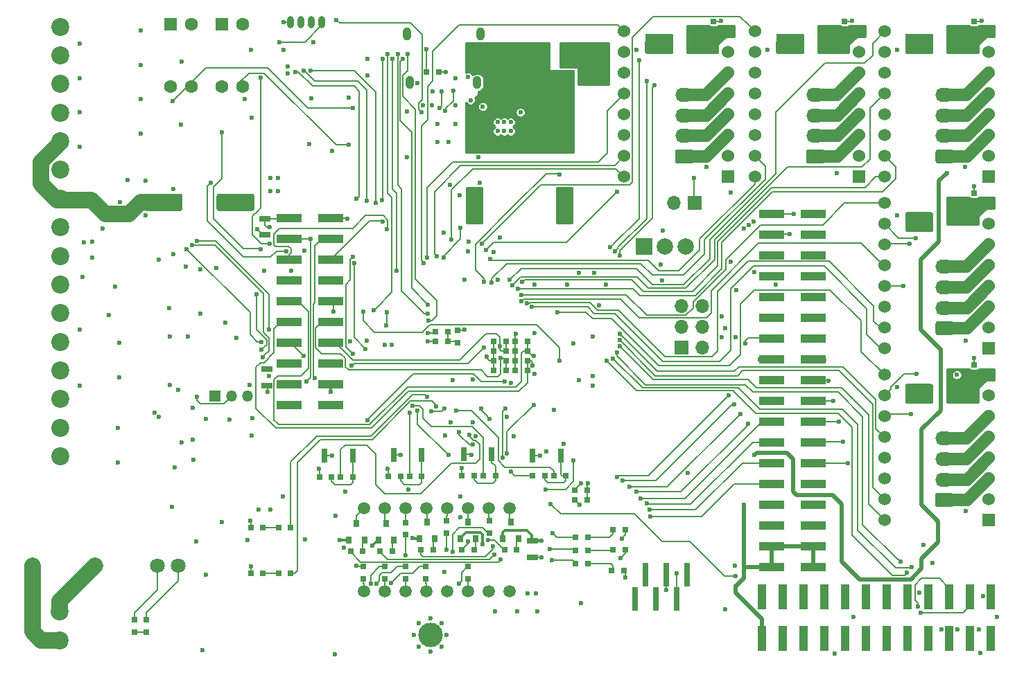
<source format=gbr>
G04 #@! TF.GenerationSoftware,KiCad,Pcbnew,(5.1.2)-1*
G04 #@! TF.CreationDate,2019-10-17T16:55:22+02:00*
G04 #@! TF.ProjectId,ovc,6f76632e-6b69-4636-9164-5f7063625858,rev?*
G04 #@! TF.SameCoordinates,Original*
G04 #@! TF.FileFunction,Copper,L4,Bot*
G04 #@! TF.FilePolarity,Positive*
%FSLAX46Y46*%
G04 Gerber Fmt 4.6, Leading zero omitted, Abs format (unit mm)*
G04 Created by KiCad (PCBNEW (5.1.2)-1) date 2019-10-17 16:55:22*
%MOMM*%
%LPD*%
G04 APERTURE LIST*
%ADD10O,1.000000X1.600000*%
%ADD11C,1.500000*%
%ADD12C,0.600000*%
%ADD13C,3.000000*%
%ADD14C,1.524000*%
%ADD15R,1.524000X1.524000*%
%ADD16C,1.800000*%
%ADD17C,2.200000*%
%ADD18C,0.100000*%
%ADD19C,2.100000*%
%ADD20R,0.700000X0.800000*%
%ADD21R,0.800000X0.700000*%
%ADD22C,1.600000*%
%ADD23R,1.400000X0.800000*%
%ADD24R,0.800000X0.800000*%
%ADD25O,0.800000X1.500000*%
%ADD26C,1.700000*%
%ADD27O,2.200000X1.700000*%
%ADD28R,1.700000X1.700000*%
%ADD29O,1.700000X1.700000*%
%ADD30R,3.150000X1.000000*%
%ADD31R,1.350000X1.350000*%
%ADD32O,1.350000X1.350000*%
%ADD33R,0.800000X0.900000*%
%ADD34R,1.600000X1.600000*%
%ADD35R,0.800000X1.700000*%
%ADD36R,2.000000X2.000000*%
%ADD37C,2.000000*%
%ADD38R,1.000000X3.150000*%
%ADD39R,0.650000X3.000000*%
%ADD40C,0.150000*%
%ADD41C,1.500000*%
%ADD42C,0.500000*%
%ADD43C,0.300000*%
%ADD44C,2.000000*%
%ADD45C,0.254000*%
G04 APERTURE END LIST*
D10*
X171090000Y-52600000D03*
X170730000Y-58550000D03*
X162470000Y-58550000D03*
X162110000Y-52600000D03*
D11*
X156910000Y-120780000D03*
X159450000Y-120780000D03*
X161990000Y-120780000D03*
X164530000Y-120780000D03*
X167070000Y-120780000D03*
X169610000Y-120780000D03*
X172150000Y-120780000D03*
X174690000Y-120780000D03*
X174690000Y-110620000D03*
X172150000Y-110620000D03*
X169610000Y-110620000D03*
X167070000Y-110620000D03*
X164530000Y-110620000D03*
X161990000Y-110620000D03*
X159450000Y-110620000D03*
X156910000Y-110620000D03*
D12*
X166414214Y-127514214D03*
X167000000Y-126100000D03*
X166414214Y-124685786D03*
X165000000Y-124100000D03*
X163585786Y-124685786D03*
X163000000Y-126100000D03*
X163585786Y-127514214D03*
X165000000Y-128100000D03*
D13*
X165000000Y-126100000D03*
D14*
X220450000Y-112090000D03*
X220450000Y-109550000D03*
X220450000Y-107010000D03*
X220450000Y-104470000D03*
X220450000Y-101930000D03*
X220450000Y-99390000D03*
X220450000Y-96850000D03*
X220450000Y-94310000D03*
X233150000Y-94310000D03*
X233150000Y-96850000D03*
X233150000Y-99390000D03*
X233150000Y-101930000D03*
X233150000Y-104470000D03*
X233150000Y-107010000D03*
X233150000Y-109550000D03*
D15*
X233150000Y-112090000D03*
D14*
X220450000Y-91090000D03*
X220450000Y-88550000D03*
X220450000Y-86010000D03*
X220450000Y-83470000D03*
X220450000Y-80930000D03*
X220450000Y-78390000D03*
X220450000Y-75850000D03*
X220450000Y-73310000D03*
X233150000Y-73310000D03*
X233150000Y-75850000D03*
X233150000Y-78390000D03*
X233150000Y-80930000D03*
X233150000Y-83470000D03*
X233150000Y-86010000D03*
X233150000Y-88550000D03*
D15*
X233150000Y-91090000D03*
D14*
X220450000Y-70090000D03*
X220450000Y-67550000D03*
X220450000Y-65010000D03*
X220450000Y-62470000D03*
X220450000Y-59930000D03*
X220450000Y-57390000D03*
X220450000Y-54850000D03*
X220450000Y-52310000D03*
X233150000Y-52310000D03*
X233150000Y-54850000D03*
X233150000Y-57390000D03*
X233150000Y-59930000D03*
X233150000Y-62470000D03*
X233150000Y-65010000D03*
X233150000Y-67550000D03*
D15*
X233150000Y-70090000D03*
D14*
X204650000Y-70090000D03*
X204650000Y-67550000D03*
X204650000Y-65010000D03*
X204650000Y-62470000D03*
X204650000Y-59930000D03*
X204650000Y-57390000D03*
X204650000Y-54850000D03*
X204650000Y-52310000D03*
X217350000Y-52310000D03*
X217350000Y-54850000D03*
X217350000Y-57390000D03*
X217350000Y-59930000D03*
X217350000Y-62470000D03*
X217350000Y-65010000D03*
X217350000Y-67550000D03*
D15*
X217350000Y-70090000D03*
D14*
X188650000Y-70090000D03*
X188650000Y-67550000D03*
X188650000Y-65010000D03*
X188650000Y-62470000D03*
X188650000Y-59930000D03*
X188650000Y-57390000D03*
X188650000Y-54850000D03*
X188650000Y-52310000D03*
X201350000Y-52310000D03*
X201350000Y-54850000D03*
X201350000Y-57390000D03*
X201350000Y-59930000D03*
X201350000Y-62470000D03*
X201350000Y-65010000D03*
X201350000Y-67550000D03*
D15*
X201350000Y-70090000D03*
D16*
X116420000Y-117600000D03*
X124040000Y-117600000D03*
X131660000Y-117600000D03*
X134200000Y-117600000D03*
D17*
X119700000Y-123250000D03*
X119700000Y-126750000D03*
X185450000Y-54800000D03*
X181950000Y-54800000D03*
X178450000Y-54800000D03*
X174950000Y-54800000D03*
D18*
G36*
X134474504Y-72151204D02*
G01*
X134498773Y-72154804D01*
X134522571Y-72160765D01*
X134545671Y-72169030D01*
X134567849Y-72179520D01*
X134588893Y-72192133D01*
X134608598Y-72206747D01*
X134626777Y-72223223D01*
X134643253Y-72241402D01*
X134657867Y-72261107D01*
X134670480Y-72282151D01*
X134680970Y-72304329D01*
X134689235Y-72327429D01*
X134695196Y-72351227D01*
X134698796Y-72375496D01*
X134700000Y-72400000D01*
X134700000Y-74000000D01*
X134698796Y-74024504D01*
X134695196Y-74048773D01*
X134689235Y-74072571D01*
X134680970Y-74095671D01*
X134670480Y-74117849D01*
X134657867Y-74138893D01*
X134643253Y-74158598D01*
X134626777Y-74176777D01*
X134608598Y-74193253D01*
X134588893Y-74207867D01*
X134567849Y-74220480D01*
X134545671Y-74230970D01*
X134522571Y-74239235D01*
X134498773Y-74245196D01*
X134474504Y-74248796D01*
X134450000Y-74250000D01*
X130350000Y-74250000D01*
X130325496Y-74248796D01*
X130301227Y-74245196D01*
X130277429Y-74239235D01*
X130254329Y-74230970D01*
X130232151Y-74220480D01*
X130211107Y-74207867D01*
X130191402Y-74193253D01*
X130173223Y-74176777D01*
X130156747Y-74158598D01*
X130142133Y-74138893D01*
X130129520Y-74117849D01*
X130119030Y-74095671D01*
X130110765Y-74072571D01*
X130104804Y-74048773D01*
X130101204Y-74024504D01*
X130100000Y-74000000D01*
X130100000Y-72400000D01*
X130101204Y-72375496D01*
X130104804Y-72351227D01*
X130110765Y-72327429D01*
X130119030Y-72304329D01*
X130129520Y-72282151D01*
X130142133Y-72261107D01*
X130156747Y-72241402D01*
X130173223Y-72223223D01*
X130191402Y-72206747D01*
X130211107Y-72192133D01*
X130232151Y-72179520D01*
X130254329Y-72169030D01*
X130277429Y-72160765D01*
X130301227Y-72154804D01*
X130325496Y-72151204D01*
X130350000Y-72150000D01*
X134450000Y-72150000D01*
X134474504Y-72151204D01*
X134474504Y-72151204D01*
G37*
D19*
X132400000Y-73200000D03*
D18*
G36*
X143274504Y-72151204D02*
G01*
X143298773Y-72154804D01*
X143322571Y-72160765D01*
X143345671Y-72169030D01*
X143367849Y-72179520D01*
X143388893Y-72192133D01*
X143408598Y-72206747D01*
X143426777Y-72223223D01*
X143443253Y-72241402D01*
X143457867Y-72261107D01*
X143470480Y-72282151D01*
X143480970Y-72304329D01*
X143489235Y-72327429D01*
X143495196Y-72351227D01*
X143498796Y-72375496D01*
X143500000Y-72400000D01*
X143500000Y-74000000D01*
X143498796Y-74024504D01*
X143495196Y-74048773D01*
X143489235Y-74072571D01*
X143480970Y-74095671D01*
X143470480Y-74117849D01*
X143457867Y-74138893D01*
X143443253Y-74158598D01*
X143426777Y-74176777D01*
X143408598Y-74193253D01*
X143388893Y-74207867D01*
X143367849Y-74220480D01*
X143345671Y-74230970D01*
X143322571Y-74239235D01*
X143298773Y-74245196D01*
X143274504Y-74248796D01*
X143250000Y-74250000D01*
X139150000Y-74250000D01*
X139125496Y-74248796D01*
X139101227Y-74245196D01*
X139077429Y-74239235D01*
X139054329Y-74230970D01*
X139032151Y-74220480D01*
X139011107Y-74207867D01*
X138991402Y-74193253D01*
X138973223Y-74176777D01*
X138956747Y-74158598D01*
X138942133Y-74138893D01*
X138929520Y-74117849D01*
X138919030Y-74095671D01*
X138910765Y-74072571D01*
X138904804Y-74048773D01*
X138901204Y-74024504D01*
X138900000Y-74000000D01*
X138900000Y-72400000D01*
X138901204Y-72375496D01*
X138904804Y-72351227D01*
X138910765Y-72327429D01*
X138919030Y-72304329D01*
X138929520Y-72282151D01*
X138942133Y-72261107D01*
X138956747Y-72241402D01*
X138973223Y-72223223D01*
X138991402Y-72206747D01*
X139011107Y-72192133D01*
X139032151Y-72179520D01*
X139054329Y-72169030D01*
X139077429Y-72160765D01*
X139101227Y-72154804D01*
X139125496Y-72151204D01*
X139150000Y-72150000D01*
X143250000Y-72150000D01*
X143274504Y-72151204D01*
X143274504Y-72151204D01*
G37*
D19*
X141200000Y-73200000D03*
D20*
X165650000Y-89000000D03*
X167150000Y-89000000D03*
D21*
X231400000Y-93050000D03*
X231400000Y-94550000D03*
D18*
G36*
X231174504Y-95401204D02*
G01*
X231198773Y-95404804D01*
X231222571Y-95410765D01*
X231245671Y-95419030D01*
X231267849Y-95429520D01*
X231288893Y-95442133D01*
X231308598Y-95456747D01*
X231326777Y-95473223D01*
X231343253Y-95491402D01*
X231357867Y-95511107D01*
X231370480Y-95532151D01*
X231380970Y-95554329D01*
X231389235Y-95577429D01*
X231395196Y-95601227D01*
X231398796Y-95625496D01*
X231400000Y-95650000D01*
X231400000Y-96750000D01*
X231398796Y-96774504D01*
X231395196Y-96798773D01*
X231389235Y-96822571D01*
X231380970Y-96845671D01*
X231370480Y-96867849D01*
X231357867Y-96888893D01*
X231343253Y-96908598D01*
X231326777Y-96926777D01*
X231308598Y-96943253D01*
X231288893Y-96957867D01*
X231267849Y-96970480D01*
X231245671Y-96980970D01*
X231222571Y-96989235D01*
X231198773Y-96995196D01*
X231174504Y-96998796D01*
X231150000Y-97000000D01*
X228325000Y-97000000D01*
X228300496Y-96998796D01*
X228276227Y-96995196D01*
X228252429Y-96989235D01*
X228229329Y-96980970D01*
X228207151Y-96970480D01*
X228186107Y-96957867D01*
X228166402Y-96943253D01*
X228148223Y-96926777D01*
X228131747Y-96908598D01*
X228117133Y-96888893D01*
X228104520Y-96867849D01*
X228094030Y-96845671D01*
X228085765Y-96822571D01*
X228079804Y-96798773D01*
X228076204Y-96774504D01*
X228075000Y-96750000D01*
X228075000Y-95650000D01*
X228076204Y-95625496D01*
X228079804Y-95601227D01*
X228085765Y-95577429D01*
X228094030Y-95554329D01*
X228104520Y-95532151D01*
X228117133Y-95511107D01*
X228131747Y-95491402D01*
X228148223Y-95473223D01*
X228166402Y-95456747D01*
X228186107Y-95442133D01*
X228207151Y-95429520D01*
X228229329Y-95419030D01*
X228252429Y-95410765D01*
X228276227Y-95404804D01*
X228300496Y-95401204D01*
X228325000Y-95400000D01*
X231150000Y-95400000D01*
X231174504Y-95401204D01*
X231174504Y-95401204D01*
G37*
D22*
X229737500Y-96200000D03*
D18*
G36*
X226099504Y-95401204D02*
G01*
X226123773Y-95404804D01*
X226147571Y-95410765D01*
X226170671Y-95419030D01*
X226192849Y-95429520D01*
X226213893Y-95442133D01*
X226233598Y-95456747D01*
X226251777Y-95473223D01*
X226268253Y-95491402D01*
X226282867Y-95511107D01*
X226295480Y-95532151D01*
X226305970Y-95554329D01*
X226314235Y-95577429D01*
X226320196Y-95601227D01*
X226323796Y-95625496D01*
X226325000Y-95650000D01*
X226325000Y-96750000D01*
X226323796Y-96774504D01*
X226320196Y-96798773D01*
X226314235Y-96822571D01*
X226305970Y-96845671D01*
X226295480Y-96867849D01*
X226282867Y-96888893D01*
X226268253Y-96908598D01*
X226251777Y-96926777D01*
X226233598Y-96943253D01*
X226213893Y-96957867D01*
X226192849Y-96970480D01*
X226170671Y-96980970D01*
X226147571Y-96989235D01*
X226123773Y-96995196D01*
X226099504Y-96998796D01*
X226075000Y-97000000D01*
X223250000Y-97000000D01*
X223225496Y-96998796D01*
X223201227Y-96995196D01*
X223177429Y-96989235D01*
X223154329Y-96980970D01*
X223132151Y-96970480D01*
X223111107Y-96957867D01*
X223091402Y-96943253D01*
X223073223Y-96926777D01*
X223056747Y-96908598D01*
X223042133Y-96888893D01*
X223029520Y-96867849D01*
X223019030Y-96845671D01*
X223010765Y-96822571D01*
X223004804Y-96798773D01*
X223001204Y-96774504D01*
X223000000Y-96750000D01*
X223000000Y-95650000D01*
X223001204Y-95625496D01*
X223004804Y-95601227D01*
X223010765Y-95577429D01*
X223019030Y-95554329D01*
X223029520Y-95532151D01*
X223042133Y-95511107D01*
X223056747Y-95491402D01*
X223073223Y-95473223D01*
X223091402Y-95456747D01*
X223111107Y-95442133D01*
X223132151Y-95429520D01*
X223154329Y-95419030D01*
X223177429Y-95410765D01*
X223201227Y-95404804D01*
X223225496Y-95401204D01*
X223250000Y-95400000D01*
X226075000Y-95400000D01*
X226099504Y-95401204D01*
X226099504Y-95401204D01*
G37*
D22*
X224662500Y-96200000D03*
D18*
G36*
X171224504Y-62501204D02*
G01*
X171248773Y-62504804D01*
X171272571Y-62510765D01*
X171295671Y-62519030D01*
X171317849Y-62529520D01*
X171338893Y-62542133D01*
X171358598Y-62556747D01*
X171376777Y-62573223D01*
X171393253Y-62591402D01*
X171407867Y-62611107D01*
X171420480Y-62632151D01*
X171430970Y-62654329D01*
X171439235Y-62677429D01*
X171445196Y-62701227D01*
X171448796Y-62725496D01*
X171450000Y-62750000D01*
X171450000Y-66850000D01*
X171448796Y-66874504D01*
X171445196Y-66898773D01*
X171439235Y-66922571D01*
X171430970Y-66945671D01*
X171420480Y-66967849D01*
X171407867Y-66988893D01*
X171393253Y-67008598D01*
X171376777Y-67026777D01*
X171358598Y-67043253D01*
X171338893Y-67057867D01*
X171317849Y-67070480D01*
X171295671Y-67080970D01*
X171272571Y-67089235D01*
X171248773Y-67095196D01*
X171224504Y-67098796D01*
X171200000Y-67100000D01*
X169600000Y-67100000D01*
X169575496Y-67098796D01*
X169551227Y-67095196D01*
X169527429Y-67089235D01*
X169504329Y-67080970D01*
X169482151Y-67070480D01*
X169461107Y-67057867D01*
X169441402Y-67043253D01*
X169423223Y-67026777D01*
X169406747Y-67008598D01*
X169392133Y-66988893D01*
X169379520Y-66967849D01*
X169369030Y-66945671D01*
X169360765Y-66922571D01*
X169354804Y-66898773D01*
X169351204Y-66874504D01*
X169350000Y-66850000D01*
X169350000Y-62750000D01*
X169351204Y-62725496D01*
X169354804Y-62701227D01*
X169360765Y-62677429D01*
X169369030Y-62654329D01*
X169379520Y-62632151D01*
X169392133Y-62611107D01*
X169406747Y-62591402D01*
X169423223Y-62573223D01*
X169441402Y-62556747D01*
X169461107Y-62542133D01*
X169482151Y-62529520D01*
X169504329Y-62519030D01*
X169527429Y-62510765D01*
X169551227Y-62504804D01*
X169575496Y-62501204D01*
X169600000Y-62500000D01*
X171200000Y-62500000D01*
X171224504Y-62501204D01*
X171224504Y-62501204D01*
G37*
D19*
X170400000Y-64800000D03*
D18*
G36*
X171224504Y-71301204D02*
G01*
X171248773Y-71304804D01*
X171272571Y-71310765D01*
X171295671Y-71319030D01*
X171317849Y-71329520D01*
X171338893Y-71342133D01*
X171358598Y-71356747D01*
X171376777Y-71373223D01*
X171393253Y-71391402D01*
X171407867Y-71411107D01*
X171420480Y-71432151D01*
X171430970Y-71454329D01*
X171439235Y-71477429D01*
X171445196Y-71501227D01*
X171448796Y-71525496D01*
X171450000Y-71550000D01*
X171450000Y-75650000D01*
X171448796Y-75674504D01*
X171445196Y-75698773D01*
X171439235Y-75722571D01*
X171430970Y-75745671D01*
X171420480Y-75767849D01*
X171407867Y-75788893D01*
X171393253Y-75808598D01*
X171376777Y-75826777D01*
X171358598Y-75843253D01*
X171338893Y-75857867D01*
X171317849Y-75870480D01*
X171295671Y-75880970D01*
X171272571Y-75889235D01*
X171248773Y-75895196D01*
X171224504Y-75898796D01*
X171200000Y-75900000D01*
X169600000Y-75900000D01*
X169575496Y-75898796D01*
X169551227Y-75895196D01*
X169527429Y-75889235D01*
X169504329Y-75880970D01*
X169482151Y-75870480D01*
X169461107Y-75857867D01*
X169441402Y-75843253D01*
X169423223Y-75826777D01*
X169406747Y-75808598D01*
X169392133Y-75788893D01*
X169379520Y-75767849D01*
X169369030Y-75745671D01*
X169360765Y-75722571D01*
X169354804Y-75698773D01*
X169351204Y-75674504D01*
X169350000Y-75650000D01*
X169350000Y-71550000D01*
X169351204Y-71525496D01*
X169354804Y-71501227D01*
X169360765Y-71477429D01*
X169369030Y-71454329D01*
X169379520Y-71432151D01*
X169392133Y-71411107D01*
X169406747Y-71391402D01*
X169423223Y-71373223D01*
X169441402Y-71356747D01*
X169461107Y-71342133D01*
X169482151Y-71329520D01*
X169504329Y-71319030D01*
X169527429Y-71310765D01*
X169551227Y-71304804D01*
X169575496Y-71301204D01*
X169600000Y-71300000D01*
X171200000Y-71300000D01*
X171224504Y-71301204D01*
X171224504Y-71301204D01*
G37*
D19*
X170400000Y-73600000D03*
D18*
G36*
X182224504Y-71301204D02*
G01*
X182248773Y-71304804D01*
X182272571Y-71310765D01*
X182295671Y-71319030D01*
X182317849Y-71329520D01*
X182338893Y-71342133D01*
X182358598Y-71356747D01*
X182376777Y-71373223D01*
X182393253Y-71391402D01*
X182407867Y-71411107D01*
X182420480Y-71432151D01*
X182430970Y-71454329D01*
X182439235Y-71477429D01*
X182445196Y-71501227D01*
X182448796Y-71525496D01*
X182450000Y-71550000D01*
X182450000Y-75650000D01*
X182448796Y-75674504D01*
X182445196Y-75698773D01*
X182439235Y-75722571D01*
X182430970Y-75745671D01*
X182420480Y-75767849D01*
X182407867Y-75788893D01*
X182393253Y-75808598D01*
X182376777Y-75826777D01*
X182358598Y-75843253D01*
X182338893Y-75857867D01*
X182317849Y-75870480D01*
X182295671Y-75880970D01*
X182272571Y-75889235D01*
X182248773Y-75895196D01*
X182224504Y-75898796D01*
X182200000Y-75900000D01*
X180600000Y-75900000D01*
X180575496Y-75898796D01*
X180551227Y-75895196D01*
X180527429Y-75889235D01*
X180504329Y-75880970D01*
X180482151Y-75870480D01*
X180461107Y-75857867D01*
X180441402Y-75843253D01*
X180423223Y-75826777D01*
X180406747Y-75808598D01*
X180392133Y-75788893D01*
X180379520Y-75767849D01*
X180369030Y-75745671D01*
X180360765Y-75722571D01*
X180354804Y-75698773D01*
X180351204Y-75674504D01*
X180350000Y-75650000D01*
X180350000Y-71550000D01*
X180351204Y-71525496D01*
X180354804Y-71501227D01*
X180360765Y-71477429D01*
X180369030Y-71454329D01*
X180379520Y-71432151D01*
X180392133Y-71411107D01*
X180406747Y-71391402D01*
X180423223Y-71373223D01*
X180441402Y-71356747D01*
X180461107Y-71342133D01*
X180482151Y-71329520D01*
X180504329Y-71319030D01*
X180527429Y-71310765D01*
X180551227Y-71304804D01*
X180575496Y-71301204D01*
X180600000Y-71300000D01*
X182200000Y-71300000D01*
X182224504Y-71301204D01*
X182224504Y-71301204D01*
G37*
D19*
X181400000Y-73600000D03*
D18*
G36*
X182224504Y-62501204D02*
G01*
X182248773Y-62504804D01*
X182272571Y-62510765D01*
X182295671Y-62519030D01*
X182317849Y-62529520D01*
X182338893Y-62542133D01*
X182358598Y-62556747D01*
X182376777Y-62573223D01*
X182393253Y-62591402D01*
X182407867Y-62611107D01*
X182420480Y-62632151D01*
X182430970Y-62654329D01*
X182439235Y-62677429D01*
X182445196Y-62701227D01*
X182448796Y-62725496D01*
X182450000Y-62750000D01*
X182450000Y-66850000D01*
X182448796Y-66874504D01*
X182445196Y-66898773D01*
X182439235Y-66922571D01*
X182430970Y-66945671D01*
X182420480Y-66967849D01*
X182407867Y-66988893D01*
X182393253Y-67008598D01*
X182376777Y-67026777D01*
X182358598Y-67043253D01*
X182338893Y-67057867D01*
X182317849Y-67070480D01*
X182295671Y-67080970D01*
X182272571Y-67089235D01*
X182248773Y-67095196D01*
X182224504Y-67098796D01*
X182200000Y-67100000D01*
X180600000Y-67100000D01*
X180575496Y-67098796D01*
X180551227Y-67095196D01*
X180527429Y-67089235D01*
X180504329Y-67080970D01*
X180482151Y-67070480D01*
X180461107Y-67057867D01*
X180441402Y-67043253D01*
X180423223Y-67026777D01*
X180406747Y-67008598D01*
X180392133Y-66988893D01*
X180379520Y-66967849D01*
X180369030Y-66945671D01*
X180360765Y-66922571D01*
X180354804Y-66898773D01*
X180351204Y-66874504D01*
X180350000Y-66850000D01*
X180350000Y-62750000D01*
X180351204Y-62725496D01*
X180354804Y-62701227D01*
X180360765Y-62677429D01*
X180369030Y-62654329D01*
X180379520Y-62632151D01*
X180392133Y-62611107D01*
X180406747Y-62591402D01*
X180423223Y-62573223D01*
X180441402Y-62556747D01*
X180461107Y-62542133D01*
X180482151Y-62529520D01*
X180504329Y-62519030D01*
X180527429Y-62510765D01*
X180551227Y-62504804D01*
X180575496Y-62501204D01*
X180600000Y-62500000D01*
X182200000Y-62500000D01*
X182224504Y-62501204D01*
X182224504Y-62501204D01*
G37*
D19*
X181400000Y-64800000D03*
D21*
X231400000Y-72050000D03*
X231400000Y-73550000D03*
D18*
G36*
X226099504Y-74401204D02*
G01*
X226123773Y-74404804D01*
X226147571Y-74410765D01*
X226170671Y-74419030D01*
X226192849Y-74429520D01*
X226213893Y-74442133D01*
X226233598Y-74456747D01*
X226251777Y-74473223D01*
X226268253Y-74491402D01*
X226282867Y-74511107D01*
X226295480Y-74532151D01*
X226305970Y-74554329D01*
X226314235Y-74577429D01*
X226320196Y-74601227D01*
X226323796Y-74625496D01*
X226325000Y-74650000D01*
X226325000Y-75750000D01*
X226323796Y-75774504D01*
X226320196Y-75798773D01*
X226314235Y-75822571D01*
X226305970Y-75845671D01*
X226295480Y-75867849D01*
X226282867Y-75888893D01*
X226268253Y-75908598D01*
X226251777Y-75926777D01*
X226233598Y-75943253D01*
X226213893Y-75957867D01*
X226192849Y-75970480D01*
X226170671Y-75980970D01*
X226147571Y-75989235D01*
X226123773Y-75995196D01*
X226099504Y-75998796D01*
X226075000Y-76000000D01*
X223250000Y-76000000D01*
X223225496Y-75998796D01*
X223201227Y-75995196D01*
X223177429Y-75989235D01*
X223154329Y-75980970D01*
X223132151Y-75970480D01*
X223111107Y-75957867D01*
X223091402Y-75943253D01*
X223073223Y-75926777D01*
X223056747Y-75908598D01*
X223042133Y-75888893D01*
X223029520Y-75867849D01*
X223019030Y-75845671D01*
X223010765Y-75822571D01*
X223004804Y-75798773D01*
X223001204Y-75774504D01*
X223000000Y-75750000D01*
X223000000Y-74650000D01*
X223001204Y-74625496D01*
X223004804Y-74601227D01*
X223010765Y-74577429D01*
X223019030Y-74554329D01*
X223029520Y-74532151D01*
X223042133Y-74511107D01*
X223056747Y-74491402D01*
X223073223Y-74473223D01*
X223091402Y-74456747D01*
X223111107Y-74442133D01*
X223132151Y-74429520D01*
X223154329Y-74419030D01*
X223177429Y-74410765D01*
X223201227Y-74404804D01*
X223225496Y-74401204D01*
X223250000Y-74400000D01*
X226075000Y-74400000D01*
X226099504Y-74401204D01*
X226099504Y-74401204D01*
G37*
D22*
X224662500Y-75200000D03*
D18*
G36*
X231174504Y-74401204D02*
G01*
X231198773Y-74404804D01*
X231222571Y-74410765D01*
X231245671Y-74419030D01*
X231267849Y-74429520D01*
X231288893Y-74442133D01*
X231308598Y-74456747D01*
X231326777Y-74473223D01*
X231343253Y-74491402D01*
X231357867Y-74511107D01*
X231370480Y-74532151D01*
X231380970Y-74554329D01*
X231389235Y-74577429D01*
X231395196Y-74601227D01*
X231398796Y-74625496D01*
X231400000Y-74650000D01*
X231400000Y-75750000D01*
X231398796Y-75774504D01*
X231395196Y-75798773D01*
X231389235Y-75822571D01*
X231380970Y-75845671D01*
X231370480Y-75867849D01*
X231357867Y-75888893D01*
X231343253Y-75908598D01*
X231326777Y-75926777D01*
X231308598Y-75943253D01*
X231288893Y-75957867D01*
X231267849Y-75970480D01*
X231245671Y-75980970D01*
X231222571Y-75989235D01*
X231198773Y-75995196D01*
X231174504Y-75998796D01*
X231150000Y-76000000D01*
X228325000Y-76000000D01*
X228300496Y-75998796D01*
X228276227Y-75995196D01*
X228252429Y-75989235D01*
X228229329Y-75980970D01*
X228207151Y-75970480D01*
X228186107Y-75957867D01*
X228166402Y-75943253D01*
X228148223Y-75926777D01*
X228131747Y-75908598D01*
X228117133Y-75888893D01*
X228104520Y-75867849D01*
X228094030Y-75845671D01*
X228085765Y-75822571D01*
X228079804Y-75798773D01*
X228076204Y-75774504D01*
X228075000Y-75750000D01*
X228075000Y-74650000D01*
X228076204Y-74625496D01*
X228079804Y-74601227D01*
X228085765Y-74577429D01*
X228094030Y-74554329D01*
X228104520Y-74532151D01*
X228117133Y-74511107D01*
X228131747Y-74491402D01*
X228148223Y-74473223D01*
X228166402Y-74456747D01*
X228186107Y-74442133D01*
X228207151Y-74429520D01*
X228229329Y-74419030D01*
X228252429Y-74410765D01*
X228276227Y-74404804D01*
X228300496Y-74401204D01*
X228325000Y-74400000D01*
X231150000Y-74400000D01*
X231174504Y-74401204D01*
X231174504Y-74401204D01*
G37*
D22*
X229737500Y-75200000D03*
D21*
X231400000Y-51050000D03*
X231400000Y-52550000D03*
D18*
G36*
X231174504Y-53401204D02*
G01*
X231198773Y-53404804D01*
X231222571Y-53410765D01*
X231245671Y-53419030D01*
X231267849Y-53429520D01*
X231288893Y-53442133D01*
X231308598Y-53456747D01*
X231326777Y-53473223D01*
X231343253Y-53491402D01*
X231357867Y-53511107D01*
X231370480Y-53532151D01*
X231380970Y-53554329D01*
X231389235Y-53577429D01*
X231395196Y-53601227D01*
X231398796Y-53625496D01*
X231400000Y-53650000D01*
X231400000Y-54750000D01*
X231398796Y-54774504D01*
X231395196Y-54798773D01*
X231389235Y-54822571D01*
X231380970Y-54845671D01*
X231370480Y-54867849D01*
X231357867Y-54888893D01*
X231343253Y-54908598D01*
X231326777Y-54926777D01*
X231308598Y-54943253D01*
X231288893Y-54957867D01*
X231267849Y-54970480D01*
X231245671Y-54980970D01*
X231222571Y-54989235D01*
X231198773Y-54995196D01*
X231174504Y-54998796D01*
X231150000Y-55000000D01*
X228325000Y-55000000D01*
X228300496Y-54998796D01*
X228276227Y-54995196D01*
X228252429Y-54989235D01*
X228229329Y-54980970D01*
X228207151Y-54970480D01*
X228186107Y-54957867D01*
X228166402Y-54943253D01*
X228148223Y-54926777D01*
X228131747Y-54908598D01*
X228117133Y-54888893D01*
X228104520Y-54867849D01*
X228094030Y-54845671D01*
X228085765Y-54822571D01*
X228079804Y-54798773D01*
X228076204Y-54774504D01*
X228075000Y-54750000D01*
X228075000Y-53650000D01*
X228076204Y-53625496D01*
X228079804Y-53601227D01*
X228085765Y-53577429D01*
X228094030Y-53554329D01*
X228104520Y-53532151D01*
X228117133Y-53511107D01*
X228131747Y-53491402D01*
X228148223Y-53473223D01*
X228166402Y-53456747D01*
X228186107Y-53442133D01*
X228207151Y-53429520D01*
X228229329Y-53419030D01*
X228252429Y-53410765D01*
X228276227Y-53404804D01*
X228300496Y-53401204D01*
X228325000Y-53400000D01*
X231150000Y-53400000D01*
X231174504Y-53401204D01*
X231174504Y-53401204D01*
G37*
D22*
X229737500Y-54200000D03*
D18*
G36*
X226099504Y-53401204D02*
G01*
X226123773Y-53404804D01*
X226147571Y-53410765D01*
X226170671Y-53419030D01*
X226192849Y-53429520D01*
X226213893Y-53442133D01*
X226233598Y-53456747D01*
X226251777Y-53473223D01*
X226268253Y-53491402D01*
X226282867Y-53511107D01*
X226295480Y-53532151D01*
X226305970Y-53554329D01*
X226314235Y-53577429D01*
X226320196Y-53601227D01*
X226323796Y-53625496D01*
X226325000Y-53650000D01*
X226325000Y-54750000D01*
X226323796Y-54774504D01*
X226320196Y-54798773D01*
X226314235Y-54822571D01*
X226305970Y-54845671D01*
X226295480Y-54867849D01*
X226282867Y-54888893D01*
X226268253Y-54908598D01*
X226251777Y-54926777D01*
X226233598Y-54943253D01*
X226213893Y-54957867D01*
X226192849Y-54970480D01*
X226170671Y-54980970D01*
X226147571Y-54989235D01*
X226123773Y-54995196D01*
X226099504Y-54998796D01*
X226075000Y-55000000D01*
X223250000Y-55000000D01*
X223225496Y-54998796D01*
X223201227Y-54995196D01*
X223177429Y-54989235D01*
X223154329Y-54980970D01*
X223132151Y-54970480D01*
X223111107Y-54957867D01*
X223091402Y-54943253D01*
X223073223Y-54926777D01*
X223056747Y-54908598D01*
X223042133Y-54888893D01*
X223029520Y-54867849D01*
X223019030Y-54845671D01*
X223010765Y-54822571D01*
X223004804Y-54798773D01*
X223001204Y-54774504D01*
X223000000Y-54750000D01*
X223000000Y-53650000D01*
X223001204Y-53625496D01*
X223004804Y-53601227D01*
X223010765Y-53577429D01*
X223019030Y-53554329D01*
X223029520Y-53532151D01*
X223042133Y-53511107D01*
X223056747Y-53491402D01*
X223073223Y-53473223D01*
X223091402Y-53456747D01*
X223111107Y-53442133D01*
X223132151Y-53429520D01*
X223154329Y-53419030D01*
X223177429Y-53410765D01*
X223201227Y-53404804D01*
X223225496Y-53401204D01*
X223250000Y-53400000D01*
X226075000Y-53400000D01*
X226099504Y-53401204D01*
X226099504Y-53401204D01*
G37*
D22*
X224662500Y-54200000D03*
D23*
X144800000Y-75200000D03*
X144800000Y-77200000D03*
X145000000Y-93600000D03*
X145000000Y-95600000D03*
D21*
X215600000Y-51050000D03*
X215600000Y-52550000D03*
D18*
G36*
X210299504Y-53401204D02*
G01*
X210323773Y-53404804D01*
X210347571Y-53410765D01*
X210370671Y-53419030D01*
X210392849Y-53429520D01*
X210413893Y-53442133D01*
X210433598Y-53456747D01*
X210451777Y-53473223D01*
X210468253Y-53491402D01*
X210482867Y-53511107D01*
X210495480Y-53532151D01*
X210505970Y-53554329D01*
X210514235Y-53577429D01*
X210520196Y-53601227D01*
X210523796Y-53625496D01*
X210525000Y-53650000D01*
X210525000Y-54750000D01*
X210523796Y-54774504D01*
X210520196Y-54798773D01*
X210514235Y-54822571D01*
X210505970Y-54845671D01*
X210495480Y-54867849D01*
X210482867Y-54888893D01*
X210468253Y-54908598D01*
X210451777Y-54926777D01*
X210433598Y-54943253D01*
X210413893Y-54957867D01*
X210392849Y-54970480D01*
X210370671Y-54980970D01*
X210347571Y-54989235D01*
X210323773Y-54995196D01*
X210299504Y-54998796D01*
X210275000Y-55000000D01*
X207450000Y-55000000D01*
X207425496Y-54998796D01*
X207401227Y-54995196D01*
X207377429Y-54989235D01*
X207354329Y-54980970D01*
X207332151Y-54970480D01*
X207311107Y-54957867D01*
X207291402Y-54943253D01*
X207273223Y-54926777D01*
X207256747Y-54908598D01*
X207242133Y-54888893D01*
X207229520Y-54867849D01*
X207219030Y-54845671D01*
X207210765Y-54822571D01*
X207204804Y-54798773D01*
X207201204Y-54774504D01*
X207200000Y-54750000D01*
X207200000Y-53650000D01*
X207201204Y-53625496D01*
X207204804Y-53601227D01*
X207210765Y-53577429D01*
X207219030Y-53554329D01*
X207229520Y-53532151D01*
X207242133Y-53511107D01*
X207256747Y-53491402D01*
X207273223Y-53473223D01*
X207291402Y-53456747D01*
X207311107Y-53442133D01*
X207332151Y-53429520D01*
X207354329Y-53419030D01*
X207377429Y-53410765D01*
X207401227Y-53404804D01*
X207425496Y-53401204D01*
X207450000Y-53400000D01*
X210275000Y-53400000D01*
X210299504Y-53401204D01*
X210299504Y-53401204D01*
G37*
D22*
X208862500Y-54200000D03*
D18*
G36*
X215374504Y-53401204D02*
G01*
X215398773Y-53404804D01*
X215422571Y-53410765D01*
X215445671Y-53419030D01*
X215467849Y-53429520D01*
X215488893Y-53442133D01*
X215508598Y-53456747D01*
X215526777Y-53473223D01*
X215543253Y-53491402D01*
X215557867Y-53511107D01*
X215570480Y-53532151D01*
X215580970Y-53554329D01*
X215589235Y-53577429D01*
X215595196Y-53601227D01*
X215598796Y-53625496D01*
X215600000Y-53650000D01*
X215600000Y-54750000D01*
X215598796Y-54774504D01*
X215595196Y-54798773D01*
X215589235Y-54822571D01*
X215580970Y-54845671D01*
X215570480Y-54867849D01*
X215557867Y-54888893D01*
X215543253Y-54908598D01*
X215526777Y-54926777D01*
X215508598Y-54943253D01*
X215488893Y-54957867D01*
X215467849Y-54970480D01*
X215445671Y-54980970D01*
X215422571Y-54989235D01*
X215398773Y-54995196D01*
X215374504Y-54998796D01*
X215350000Y-55000000D01*
X212525000Y-55000000D01*
X212500496Y-54998796D01*
X212476227Y-54995196D01*
X212452429Y-54989235D01*
X212429329Y-54980970D01*
X212407151Y-54970480D01*
X212386107Y-54957867D01*
X212366402Y-54943253D01*
X212348223Y-54926777D01*
X212331747Y-54908598D01*
X212317133Y-54888893D01*
X212304520Y-54867849D01*
X212294030Y-54845671D01*
X212285765Y-54822571D01*
X212279804Y-54798773D01*
X212276204Y-54774504D01*
X212275000Y-54750000D01*
X212275000Y-53650000D01*
X212276204Y-53625496D01*
X212279804Y-53601227D01*
X212285765Y-53577429D01*
X212294030Y-53554329D01*
X212304520Y-53532151D01*
X212317133Y-53511107D01*
X212331747Y-53491402D01*
X212348223Y-53473223D01*
X212366402Y-53456747D01*
X212386107Y-53442133D01*
X212407151Y-53429520D01*
X212429329Y-53419030D01*
X212452429Y-53410765D01*
X212476227Y-53404804D01*
X212500496Y-53401204D01*
X212525000Y-53400000D01*
X215350000Y-53400000D01*
X215374504Y-53401204D01*
X215374504Y-53401204D01*
G37*
D22*
X213937500Y-54200000D03*
D21*
X199600000Y-51050000D03*
X199600000Y-52550000D03*
D18*
G36*
X199374504Y-53401204D02*
G01*
X199398773Y-53404804D01*
X199422571Y-53410765D01*
X199445671Y-53419030D01*
X199467849Y-53429520D01*
X199488893Y-53442133D01*
X199508598Y-53456747D01*
X199526777Y-53473223D01*
X199543253Y-53491402D01*
X199557867Y-53511107D01*
X199570480Y-53532151D01*
X199580970Y-53554329D01*
X199589235Y-53577429D01*
X199595196Y-53601227D01*
X199598796Y-53625496D01*
X199600000Y-53650000D01*
X199600000Y-54750000D01*
X199598796Y-54774504D01*
X199595196Y-54798773D01*
X199589235Y-54822571D01*
X199580970Y-54845671D01*
X199570480Y-54867849D01*
X199557867Y-54888893D01*
X199543253Y-54908598D01*
X199526777Y-54926777D01*
X199508598Y-54943253D01*
X199488893Y-54957867D01*
X199467849Y-54970480D01*
X199445671Y-54980970D01*
X199422571Y-54989235D01*
X199398773Y-54995196D01*
X199374504Y-54998796D01*
X199350000Y-55000000D01*
X196525000Y-55000000D01*
X196500496Y-54998796D01*
X196476227Y-54995196D01*
X196452429Y-54989235D01*
X196429329Y-54980970D01*
X196407151Y-54970480D01*
X196386107Y-54957867D01*
X196366402Y-54943253D01*
X196348223Y-54926777D01*
X196331747Y-54908598D01*
X196317133Y-54888893D01*
X196304520Y-54867849D01*
X196294030Y-54845671D01*
X196285765Y-54822571D01*
X196279804Y-54798773D01*
X196276204Y-54774504D01*
X196275000Y-54750000D01*
X196275000Y-53650000D01*
X196276204Y-53625496D01*
X196279804Y-53601227D01*
X196285765Y-53577429D01*
X196294030Y-53554329D01*
X196304520Y-53532151D01*
X196317133Y-53511107D01*
X196331747Y-53491402D01*
X196348223Y-53473223D01*
X196366402Y-53456747D01*
X196386107Y-53442133D01*
X196407151Y-53429520D01*
X196429329Y-53419030D01*
X196452429Y-53410765D01*
X196476227Y-53404804D01*
X196500496Y-53401204D01*
X196525000Y-53400000D01*
X199350000Y-53400000D01*
X199374504Y-53401204D01*
X199374504Y-53401204D01*
G37*
D22*
X197937500Y-54200000D03*
D18*
G36*
X194299504Y-53401204D02*
G01*
X194323773Y-53404804D01*
X194347571Y-53410765D01*
X194370671Y-53419030D01*
X194392849Y-53429520D01*
X194413893Y-53442133D01*
X194433598Y-53456747D01*
X194451777Y-53473223D01*
X194468253Y-53491402D01*
X194482867Y-53511107D01*
X194495480Y-53532151D01*
X194505970Y-53554329D01*
X194514235Y-53577429D01*
X194520196Y-53601227D01*
X194523796Y-53625496D01*
X194525000Y-53650000D01*
X194525000Y-54750000D01*
X194523796Y-54774504D01*
X194520196Y-54798773D01*
X194514235Y-54822571D01*
X194505970Y-54845671D01*
X194495480Y-54867849D01*
X194482867Y-54888893D01*
X194468253Y-54908598D01*
X194451777Y-54926777D01*
X194433598Y-54943253D01*
X194413893Y-54957867D01*
X194392849Y-54970480D01*
X194370671Y-54980970D01*
X194347571Y-54989235D01*
X194323773Y-54995196D01*
X194299504Y-54998796D01*
X194275000Y-55000000D01*
X191450000Y-55000000D01*
X191425496Y-54998796D01*
X191401227Y-54995196D01*
X191377429Y-54989235D01*
X191354329Y-54980970D01*
X191332151Y-54970480D01*
X191311107Y-54957867D01*
X191291402Y-54943253D01*
X191273223Y-54926777D01*
X191256747Y-54908598D01*
X191242133Y-54888893D01*
X191229520Y-54867849D01*
X191219030Y-54845671D01*
X191210765Y-54822571D01*
X191204804Y-54798773D01*
X191201204Y-54774504D01*
X191200000Y-54750000D01*
X191200000Y-53650000D01*
X191201204Y-53625496D01*
X191204804Y-53601227D01*
X191210765Y-53577429D01*
X191219030Y-53554329D01*
X191229520Y-53532151D01*
X191242133Y-53511107D01*
X191256747Y-53491402D01*
X191273223Y-53473223D01*
X191291402Y-53456747D01*
X191311107Y-53442133D01*
X191332151Y-53429520D01*
X191354329Y-53419030D01*
X191377429Y-53410765D01*
X191401227Y-53404804D01*
X191425496Y-53401204D01*
X191450000Y-53400000D01*
X194275000Y-53400000D01*
X194299504Y-53401204D01*
X194299504Y-53401204D01*
G37*
D22*
X192862500Y-54200000D03*
D23*
X177500000Y-116600000D03*
X177500000Y-114600000D03*
D24*
X143050000Y-113000000D03*
X144550000Y-113000000D03*
X144550000Y-118600000D03*
X143050000Y-118600000D03*
X188650000Y-118200000D03*
X187150000Y-118200000D03*
X187300000Y-115700000D03*
X188800000Y-115700000D03*
X188800000Y-113200000D03*
X187300000Y-113200000D03*
D25*
X147895000Y-51200000D03*
X149165000Y-51200000D03*
X150435000Y-51200000D03*
X151705000Y-51200000D03*
D18*
G36*
X228614504Y-108751204D02*
G01*
X228638773Y-108754804D01*
X228662571Y-108760765D01*
X228685671Y-108769030D01*
X228707849Y-108779520D01*
X228728893Y-108792133D01*
X228748598Y-108806747D01*
X228766777Y-108823223D01*
X228783253Y-108841402D01*
X228797867Y-108861107D01*
X228810480Y-108882151D01*
X228820970Y-108904329D01*
X228829235Y-108927429D01*
X228835196Y-108951227D01*
X228838796Y-108975496D01*
X228840000Y-109000000D01*
X228840000Y-110200000D01*
X228838796Y-110224504D01*
X228835196Y-110248773D01*
X228829235Y-110272571D01*
X228820970Y-110295671D01*
X228810480Y-110317849D01*
X228797867Y-110338893D01*
X228783253Y-110358598D01*
X228766777Y-110376777D01*
X228748598Y-110393253D01*
X228728893Y-110407867D01*
X228707849Y-110420480D01*
X228685671Y-110430970D01*
X228662571Y-110439235D01*
X228638773Y-110445196D01*
X228614504Y-110448796D01*
X228590000Y-110450000D01*
X226890000Y-110450000D01*
X226865496Y-110448796D01*
X226841227Y-110445196D01*
X226817429Y-110439235D01*
X226794329Y-110430970D01*
X226772151Y-110420480D01*
X226751107Y-110407867D01*
X226731402Y-110393253D01*
X226713223Y-110376777D01*
X226696747Y-110358598D01*
X226682133Y-110338893D01*
X226669520Y-110317849D01*
X226659030Y-110295671D01*
X226650765Y-110272571D01*
X226644804Y-110248773D01*
X226641204Y-110224504D01*
X226640000Y-110200000D01*
X226640000Y-109000000D01*
X226641204Y-108975496D01*
X226644804Y-108951227D01*
X226650765Y-108927429D01*
X226659030Y-108904329D01*
X226669520Y-108882151D01*
X226682133Y-108861107D01*
X226696747Y-108841402D01*
X226713223Y-108823223D01*
X226731402Y-108806747D01*
X226751107Y-108792133D01*
X226772151Y-108779520D01*
X226794329Y-108769030D01*
X226817429Y-108760765D01*
X226841227Y-108754804D01*
X226865496Y-108751204D01*
X226890000Y-108750000D01*
X228590000Y-108750000D01*
X228614504Y-108751204D01*
X228614504Y-108751204D01*
G37*
D26*
X227740000Y-109600000D03*
D27*
X227740000Y-107100000D03*
X227740000Y-104600000D03*
X227740000Y-102100000D03*
D28*
X197300000Y-73300000D03*
D29*
X194760000Y-73300000D03*
D27*
X227800000Y-81100000D03*
X227800000Y-83600000D03*
X227800000Y-86100000D03*
D18*
G36*
X228674504Y-87751204D02*
G01*
X228698773Y-87754804D01*
X228722571Y-87760765D01*
X228745671Y-87769030D01*
X228767849Y-87779520D01*
X228788893Y-87792133D01*
X228808598Y-87806747D01*
X228826777Y-87823223D01*
X228843253Y-87841402D01*
X228857867Y-87861107D01*
X228870480Y-87882151D01*
X228880970Y-87904329D01*
X228889235Y-87927429D01*
X228895196Y-87951227D01*
X228898796Y-87975496D01*
X228900000Y-88000000D01*
X228900000Y-89200000D01*
X228898796Y-89224504D01*
X228895196Y-89248773D01*
X228889235Y-89272571D01*
X228880970Y-89295671D01*
X228870480Y-89317849D01*
X228857867Y-89338893D01*
X228843253Y-89358598D01*
X228826777Y-89376777D01*
X228808598Y-89393253D01*
X228788893Y-89407867D01*
X228767849Y-89420480D01*
X228745671Y-89430970D01*
X228722571Y-89439235D01*
X228698773Y-89445196D01*
X228674504Y-89448796D01*
X228650000Y-89450000D01*
X226950000Y-89450000D01*
X226925496Y-89448796D01*
X226901227Y-89445196D01*
X226877429Y-89439235D01*
X226854329Y-89430970D01*
X226832151Y-89420480D01*
X226811107Y-89407867D01*
X226791402Y-89393253D01*
X226773223Y-89376777D01*
X226756747Y-89358598D01*
X226742133Y-89338893D01*
X226729520Y-89317849D01*
X226719030Y-89295671D01*
X226710765Y-89272571D01*
X226704804Y-89248773D01*
X226701204Y-89224504D01*
X226700000Y-89200000D01*
X226700000Y-88000000D01*
X226701204Y-87975496D01*
X226704804Y-87951227D01*
X226710765Y-87927429D01*
X226719030Y-87904329D01*
X226729520Y-87882151D01*
X226742133Y-87861107D01*
X226756747Y-87841402D01*
X226773223Y-87823223D01*
X226791402Y-87806747D01*
X226811107Y-87792133D01*
X226832151Y-87779520D01*
X226854329Y-87769030D01*
X226877429Y-87760765D01*
X226901227Y-87754804D01*
X226925496Y-87751204D01*
X226950000Y-87750000D01*
X228650000Y-87750000D01*
X228674504Y-87751204D01*
X228674504Y-87751204D01*
G37*
D26*
X227800000Y-88600000D03*
D18*
G36*
X228674504Y-66751204D02*
G01*
X228698773Y-66754804D01*
X228722571Y-66760765D01*
X228745671Y-66769030D01*
X228767849Y-66779520D01*
X228788893Y-66792133D01*
X228808598Y-66806747D01*
X228826777Y-66823223D01*
X228843253Y-66841402D01*
X228857867Y-66861107D01*
X228870480Y-66882151D01*
X228880970Y-66904329D01*
X228889235Y-66927429D01*
X228895196Y-66951227D01*
X228898796Y-66975496D01*
X228900000Y-67000000D01*
X228900000Y-68200000D01*
X228898796Y-68224504D01*
X228895196Y-68248773D01*
X228889235Y-68272571D01*
X228880970Y-68295671D01*
X228870480Y-68317849D01*
X228857867Y-68338893D01*
X228843253Y-68358598D01*
X228826777Y-68376777D01*
X228808598Y-68393253D01*
X228788893Y-68407867D01*
X228767849Y-68420480D01*
X228745671Y-68430970D01*
X228722571Y-68439235D01*
X228698773Y-68445196D01*
X228674504Y-68448796D01*
X228650000Y-68450000D01*
X226950000Y-68450000D01*
X226925496Y-68448796D01*
X226901227Y-68445196D01*
X226877429Y-68439235D01*
X226854329Y-68430970D01*
X226832151Y-68420480D01*
X226811107Y-68407867D01*
X226791402Y-68393253D01*
X226773223Y-68376777D01*
X226756747Y-68358598D01*
X226742133Y-68338893D01*
X226729520Y-68317849D01*
X226719030Y-68295671D01*
X226710765Y-68272571D01*
X226704804Y-68248773D01*
X226701204Y-68224504D01*
X226700000Y-68200000D01*
X226700000Y-67000000D01*
X226701204Y-66975496D01*
X226704804Y-66951227D01*
X226710765Y-66927429D01*
X226719030Y-66904329D01*
X226729520Y-66882151D01*
X226742133Y-66861107D01*
X226756747Y-66841402D01*
X226773223Y-66823223D01*
X226791402Y-66806747D01*
X226811107Y-66792133D01*
X226832151Y-66779520D01*
X226854329Y-66769030D01*
X226877429Y-66760765D01*
X226901227Y-66754804D01*
X226925496Y-66751204D01*
X226950000Y-66750000D01*
X228650000Y-66750000D01*
X228674504Y-66751204D01*
X228674504Y-66751204D01*
G37*
D26*
X227800000Y-67600000D03*
D27*
X227800000Y-65100000D03*
X227800000Y-62600000D03*
X227800000Y-60100000D03*
D18*
G36*
X212874504Y-66751204D02*
G01*
X212898773Y-66754804D01*
X212922571Y-66760765D01*
X212945671Y-66769030D01*
X212967849Y-66779520D01*
X212988893Y-66792133D01*
X213008598Y-66806747D01*
X213026777Y-66823223D01*
X213043253Y-66841402D01*
X213057867Y-66861107D01*
X213070480Y-66882151D01*
X213080970Y-66904329D01*
X213089235Y-66927429D01*
X213095196Y-66951227D01*
X213098796Y-66975496D01*
X213100000Y-67000000D01*
X213100000Y-68200000D01*
X213098796Y-68224504D01*
X213095196Y-68248773D01*
X213089235Y-68272571D01*
X213080970Y-68295671D01*
X213070480Y-68317849D01*
X213057867Y-68338893D01*
X213043253Y-68358598D01*
X213026777Y-68376777D01*
X213008598Y-68393253D01*
X212988893Y-68407867D01*
X212967849Y-68420480D01*
X212945671Y-68430970D01*
X212922571Y-68439235D01*
X212898773Y-68445196D01*
X212874504Y-68448796D01*
X212850000Y-68450000D01*
X211150000Y-68450000D01*
X211125496Y-68448796D01*
X211101227Y-68445196D01*
X211077429Y-68439235D01*
X211054329Y-68430970D01*
X211032151Y-68420480D01*
X211011107Y-68407867D01*
X210991402Y-68393253D01*
X210973223Y-68376777D01*
X210956747Y-68358598D01*
X210942133Y-68338893D01*
X210929520Y-68317849D01*
X210919030Y-68295671D01*
X210910765Y-68272571D01*
X210904804Y-68248773D01*
X210901204Y-68224504D01*
X210900000Y-68200000D01*
X210900000Y-67000000D01*
X210901204Y-66975496D01*
X210904804Y-66951227D01*
X210910765Y-66927429D01*
X210919030Y-66904329D01*
X210929520Y-66882151D01*
X210942133Y-66861107D01*
X210956747Y-66841402D01*
X210973223Y-66823223D01*
X210991402Y-66806747D01*
X211011107Y-66792133D01*
X211032151Y-66779520D01*
X211054329Y-66769030D01*
X211077429Y-66760765D01*
X211101227Y-66754804D01*
X211125496Y-66751204D01*
X211150000Y-66750000D01*
X212850000Y-66750000D01*
X212874504Y-66751204D01*
X212874504Y-66751204D01*
G37*
D26*
X212000000Y-67600000D03*
D27*
X212000000Y-65100000D03*
X212000000Y-62600000D03*
X212000000Y-60100000D03*
X196000000Y-60100000D03*
X196000000Y-62600000D03*
X196000000Y-65100000D03*
D18*
G36*
X196874504Y-66751204D02*
G01*
X196898773Y-66754804D01*
X196922571Y-66760765D01*
X196945671Y-66769030D01*
X196967849Y-66779520D01*
X196988893Y-66792133D01*
X197008598Y-66806747D01*
X197026777Y-66823223D01*
X197043253Y-66841402D01*
X197057867Y-66861107D01*
X197070480Y-66882151D01*
X197080970Y-66904329D01*
X197089235Y-66927429D01*
X197095196Y-66951227D01*
X197098796Y-66975496D01*
X197100000Y-67000000D01*
X197100000Y-68200000D01*
X197098796Y-68224504D01*
X197095196Y-68248773D01*
X197089235Y-68272571D01*
X197080970Y-68295671D01*
X197070480Y-68317849D01*
X197057867Y-68338893D01*
X197043253Y-68358598D01*
X197026777Y-68376777D01*
X197008598Y-68393253D01*
X196988893Y-68407867D01*
X196967849Y-68420480D01*
X196945671Y-68430970D01*
X196922571Y-68439235D01*
X196898773Y-68445196D01*
X196874504Y-68448796D01*
X196850000Y-68450000D01*
X195150000Y-68450000D01*
X195125496Y-68448796D01*
X195101227Y-68445196D01*
X195077429Y-68439235D01*
X195054329Y-68430970D01*
X195032151Y-68420480D01*
X195011107Y-68407867D01*
X194991402Y-68393253D01*
X194973223Y-68376777D01*
X194956747Y-68358598D01*
X194942133Y-68338893D01*
X194929520Y-68317849D01*
X194919030Y-68295671D01*
X194910765Y-68272571D01*
X194904804Y-68248773D01*
X194901204Y-68224504D01*
X194900000Y-68200000D01*
X194900000Y-67000000D01*
X194901204Y-66975496D01*
X194904804Y-66951227D01*
X194910765Y-66927429D01*
X194919030Y-66904329D01*
X194929520Y-66882151D01*
X194942133Y-66861107D01*
X194956747Y-66841402D01*
X194973223Y-66823223D01*
X194991402Y-66806747D01*
X195011107Y-66792133D01*
X195032151Y-66779520D01*
X195054329Y-66769030D01*
X195077429Y-66760765D01*
X195101227Y-66754804D01*
X195125496Y-66751204D01*
X195150000Y-66750000D01*
X196850000Y-66750000D01*
X196874504Y-66751204D01*
X196874504Y-66751204D01*
G37*
D26*
X196000000Y-67600000D03*
D30*
X152825000Y-75170000D03*
X147775000Y-75170000D03*
X152825000Y-77710000D03*
X147775000Y-77710000D03*
X152825000Y-80250000D03*
X147775000Y-80250000D03*
X152825000Y-82790000D03*
X147775000Y-82790000D03*
X152825000Y-85330000D03*
X147775000Y-85330000D03*
X152825000Y-87870000D03*
X147775000Y-87870000D03*
X152825000Y-90410000D03*
X147775000Y-90410000D03*
X152825000Y-92950000D03*
X147775000Y-92950000D03*
X152825000Y-95490000D03*
X147775000Y-95490000D03*
X152825000Y-98030000D03*
X147775000Y-98030000D03*
D31*
X138700000Y-96900000D03*
D32*
X140700000Y-96900000D03*
X142700000Y-96900000D03*
D33*
X156950000Y-114500000D03*
X155050000Y-114500000D03*
X156000000Y-112500000D03*
X164600000Y-112300000D03*
X163650000Y-114300000D03*
X165550000Y-114300000D03*
X174800000Y-112300000D03*
X173850000Y-114300000D03*
X175750000Y-114300000D03*
X160550000Y-114500000D03*
X158650000Y-114500000D03*
X159600000Y-112500000D03*
X170550000Y-114300000D03*
X168650000Y-114300000D03*
X169600000Y-112300000D03*
D21*
X168300000Y-88850000D03*
X168300000Y-90350000D03*
D20*
X167150000Y-90200000D03*
X165650000Y-90200000D03*
X174250000Y-91400000D03*
X172750000Y-91400000D03*
X172750000Y-90200000D03*
X174250000Y-90200000D03*
X174250000Y-93800000D03*
X172750000Y-93800000D03*
X172750000Y-92600000D03*
X174250000Y-92600000D03*
X176850000Y-91400000D03*
X175350000Y-91400000D03*
X175350000Y-90200000D03*
X176850000Y-90200000D03*
X176850000Y-92600000D03*
X175350000Y-92600000D03*
X175350000Y-93800000D03*
X176850000Y-93800000D03*
X184150000Y-109600000D03*
X182650000Y-109600000D03*
X182650000Y-108400000D03*
X184150000Y-108400000D03*
X151450000Y-106800000D03*
X152950000Y-106800000D03*
X156750000Y-115900000D03*
X155250000Y-115900000D03*
X147950000Y-113000000D03*
X146450000Y-113000000D03*
X154050000Y-106800000D03*
X155550000Y-106800000D03*
X158850000Y-115900000D03*
X160350000Y-115900000D03*
X147950000Y-118600000D03*
X146450000Y-118600000D03*
X166050000Y-57300000D03*
X164550000Y-57300000D03*
X161350000Y-106700000D03*
X159850000Y-106700000D03*
X165350000Y-115700000D03*
X163850000Y-115700000D03*
X162450000Y-106700000D03*
X163950000Y-106700000D03*
X184250000Y-117400000D03*
X182750000Y-117400000D03*
X168850000Y-115700000D03*
X170350000Y-115700000D03*
X182750000Y-115800000D03*
X184250000Y-115800000D03*
X168850000Y-106600000D03*
X170350000Y-106600000D03*
X175550000Y-115700000D03*
X174050000Y-115700000D03*
X172950000Y-106600000D03*
X171450000Y-106600000D03*
X184250000Y-114200000D03*
X182750000Y-114200000D03*
D21*
X156800000Y-117750000D03*
X156800000Y-119250000D03*
X159400000Y-119250000D03*
X159400000Y-117750000D03*
D20*
X178950000Y-106600000D03*
X177450000Y-106600000D03*
X180050000Y-106600000D03*
X181550000Y-106600000D03*
D21*
X162000000Y-119250000D03*
X162000000Y-117750000D03*
X164400000Y-117750000D03*
X164400000Y-119250000D03*
X169600000Y-119250000D03*
X169600000Y-117750000D03*
X162000000Y-113850000D03*
X162000000Y-112350000D03*
X167000000Y-112150000D03*
X167000000Y-113650000D03*
X172200000Y-113650000D03*
X172200000Y-112150000D03*
D22*
X139500000Y-59020000D03*
X142040000Y-59020000D03*
X142040000Y-51400000D03*
D34*
X139500000Y-51400000D03*
D22*
X133250000Y-59020000D03*
X135790000Y-59020000D03*
X135790000Y-51400000D03*
D34*
X133250000Y-51400000D03*
D35*
X155500000Y-104200000D03*
X152100000Y-104200000D03*
X160500000Y-104100000D03*
X163900000Y-104100000D03*
X169100000Y-104000000D03*
X172500000Y-104000000D03*
X180900000Y-104200000D03*
X177500000Y-104200000D03*
D36*
X191060000Y-78600000D03*
D37*
X193600000Y-78600000D03*
X196140000Y-78600000D03*
D30*
X206675000Y-117790000D03*
X211725000Y-117790000D03*
X206675000Y-115250000D03*
X211725000Y-115250000D03*
X206675000Y-112710000D03*
X211725000Y-112710000D03*
X206675000Y-110170000D03*
X211725000Y-110170000D03*
X206675000Y-107630000D03*
X211725000Y-107630000D03*
X206675000Y-105090000D03*
X211725000Y-105090000D03*
X206675000Y-102550000D03*
X211725000Y-102550000D03*
X206675000Y-100010000D03*
X211725000Y-100010000D03*
X206675000Y-97470000D03*
X211725000Y-97470000D03*
X206675000Y-94930000D03*
X211725000Y-94930000D03*
X206675000Y-92390000D03*
X211725000Y-92390000D03*
X206675000Y-89850000D03*
X211725000Y-89850000D03*
X206675000Y-87310000D03*
X211725000Y-87310000D03*
X206675000Y-84770000D03*
X211725000Y-84770000D03*
X206675000Y-82230000D03*
X211725000Y-82230000D03*
X206675000Y-79690000D03*
X211725000Y-79690000D03*
X206675000Y-77150000D03*
X211725000Y-77150000D03*
X206675000Y-74610000D03*
X211725000Y-74610000D03*
D38*
X205530000Y-121475000D03*
X205530000Y-126525000D03*
X208070000Y-121475000D03*
X208070000Y-126525000D03*
X210610000Y-121475000D03*
X210610000Y-126525000D03*
X213150000Y-121475000D03*
X213150000Y-126525000D03*
X215690000Y-121475000D03*
X215690000Y-126525000D03*
X218230000Y-121475000D03*
X218230000Y-126525000D03*
X220770000Y-121475000D03*
X220770000Y-126525000D03*
X223310000Y-121475000D03*
X223310000Y-126525000D03*
X225850000Y-121475000D03*
X225850000Y-126525000D03*
X228390000Y-121475000D03*
X228390000Y-126525000D03*
X230930000Y-121475000D03*
X230930000Y-126525000D03*
X233470000Y-121475000D03*
X233470000Y-126525000D03*
D24*
X128900000Y-124250000D03*
X128900000Y-125750000D03*
D21*
X130300000Y-124250000D03*
X130300000Y-125750000D03*
D28*
X195700000Y-91000000D03*
D29*
X198240000Y-91000000D03*
X195700000Y-88460000D03*
X198240000Y-88460000D03*
X195700000Y-85920000D03*
X198240000Y-85920000D03*
D17*
X119800000Y-97250000D03*
X119800000Y-93750000D03*
X119800000Y-90250000D03*
X119800000Y-86750000D03*
X119800000Y-83250000D03*
X119800000Y-79750000D03*
X119800000Y-76250000D03*
X119800000Y-72750000D03*
X119800000Y-69250000D03*
X119800000Y-65750000D03*
X119800000Y-62250000D03*
X119800000Y-58750000D03*
X119800000Y-100750000D03*
X119800000Y-104250000D03*
X119800000Y-55250000D03*
X119800000Y-51750000D03*
D39*
X191295000Y-118700000D03*
X193835000Y-118700000D03*
X196375000Y-118700000D03*
X190025000Y-121700000D03*
X192565000Y-121700000D03*
X195105000Y-121700000D03*
D12*
X188100000Y-90800006D03*
X188100000Y-90050003D03*
X188100000Y-79700000D03*
X192400000Y-58902001D03*
X222800000Y-83400000D03*
X188100000Y-89300000D03*
X187569668Y-79169668D03*
X191400000Y-58400000D03*
X223500000Y-78300000D03*
X223700000Y-99100000D03*
X186990983Y-78692566D03*
X190500000Y-55800000D03*
X224300000Y-77600000D03*
X224350001Y-94200000D03*
X180500000Y-86625000D03*
X172000000Y-57600000D03*
X174000000Y-57600000D03*
X176000000Y-57600000D03*
X178000000Y-57600000D03*
X180000000Y-57600000D03*
X182000000Y-57600000D03*
X172000000Y-59600000D03*
X174000000Y-59600000D03*
X176000000Y-59600000D03*
X178000000Y-59600000D03*
X180000000Y-59600000D03*
X182000000Y-59600000D03*
X228300000Y-97500000D03*
X229800000Y-97500000D03*
X231100000Y-97500000D03*
X179300000Y-66400000D03*
X180000000Y-66400000D03*
X180750000Y-66550000D03*
X139800000Y-74000000D03*
X139800000Y-73200000D03*
X139800000Y-72400000D03*
X182100000Y-75600000D03*
X180700000Y-75600000D03*
X182100000Y-73800000D03*
X180700000Y-73800000D03*
X169700000Y-74200000D03*
X171100000Y-72100000D03*
X170400000Y-72100000D03*
X169700000Y-72100000D03*
X206600000Y-112700000D03*
X206400000Y-110200000D03*
X211800000Y-107700000D03*
X211700000Y-110200000D03*
X211800000Y-112700000D03*
X122200000Y-53800000D03*
X122200000Y-58000000D03*
X122200000Y-62200000D03*
X122200000Y-66400000D03*
X134600000Y-56000000D03*
X147600000Y-56600000D03*
X147600000Y-57400000D03*
X129600000Y-52200000D03*
X129600000Y-56400000D03*
X129600000Y-60600000D03*
X129600000Y-64800000D03*
X128000000Y-70500000D03*
X130200000Y-70600000D03*
X169200000Y-82700000D03*
X166600000Y-76900000D03*
X169675000Y-78000000D03*
X171400000Y-61500000D03*
X145500000Y-70200000D03*
X146400000Y-70200000D03*
X146400000Y-71800000D03*
X145500000Y-71800000D03*
X134500000Y-63700000D03*
X133600000Y-71600000D03*
X131800000Y-80200000D03*
X133100000Y-86100000D03*
X126500000Y-83500000D03*
X125700000Y-87000000D03*
X130200000Y-74800000D03*
X127100000Y-73200000D03*
X150200000Y-66100000D03*
X153000000Y-66900000D03*
X143200000Y-62900000D03*
X142300000Y-60600000D03*
X127000000Y-94600000D03*
X127000000Y-90400000D03*
X122200000Y-95600000D03*
X122200000Y-88800000D03*
X133200000Y-89600000D03*
X135400000Y-89600000D03*
X133200000Y-95500000D03*
X122500000Y-82300000D03*
X123700000Y-80000000D03*
X140000000Y-87900000D03*
X141300000Y-89800000D03*
X123700000Y-78000000D03*
X134600000Y-102600000D03*
X136100000Y-104700000D03*
X150700000Y-53600000D03*
X147045000Y-51200000D03*
X167400000Y-71100000D03*
X171000000Y-70800000D03*
X133400000Y-110400000D03*
X136400000Y-114700000D03*
X137600000Y-118700000D03*
X139500000Y-112300000D03*
X142700000Y-114500000D03*
X149700000Y-114400000D03*
X153300000Y-128500000D03*
X137200000Y-128000000D03*
X145450000Y-110800000D03*
X147000000Y-109200000D03*
X166700000Y-118400000D03*
X134200000Y-96100000D03*
X155000000Y-60400000D03*
X154400000Y-115400000D03*
X168700000Y-111700000D03*
X177700000Y-89200000D03*
X167700000Y-94949998D03*
X170200000Y-94900000D03*
X173200000Y-82700000D03*
X177700000Y-94200000D03*
X155200000Y-90200000D03*
X149600000Y-79100000D03*
X148000000Y-81600000D03*
X143825000Y-76500000D03*
X168100000Y-63600000D03*
X165900000Y-63600000D03*
X162125000Y-62100000D03*
X162125000Y-67700000D03*
X152825000Y-82790000D03*
X147775000Y-82790000D03*
X170500000Y-101800000D03*
X135107523Y-81050000D03*
X147775000Y-98030000D03*
X152825000Y-98030000D03*
X145100000Y-96400000D03*
X154600000Y-108600000D03*
X162300000Y-108300000D03*
X150500000Y-60500000D03*
X159400000Y-90600000D03*
X140500000Y-99800000D03*
X136000000Y-98300000D03*
X137600000Y-99700000D03*
X153000000Y-104200000D03*
X161400000Y-104125000D03*
X170000000Y-104125000D03*
X178400000Y-104200000D03*
X179200000Y-103700000D03*
X169900000Y-60700000D03*
X169600000Y-57900000D03*
X164121232Y-61321232D03*
X170900000Y-67700000D03*
X176000000Y-62200000D03*
X176900000Y-121000000D03*
X175600000Y-123200000D03*
X178100000Y-123200000D03*
X178600000Y-116600000D03*
X173500000Y-77500000D03*
X201000000Y-88600000D03*
X193100000Y-80800000D03*
X143100000Y-117700000D03*
X174800000Y-95275000D03*
X185600000Y-85800000D03*
X185000000Y-81800000D03*
X175200000Y-101800000D03*
X184800000Y-95600000D03*
X184800000Y-94400000D03*
X184200000Y-107600000D03*
X201000000Y-123000000D03*
X202200000Y-117600000D03*
X183400000Y-122200000D03*
X184800000Y-89600000D03*
X222000000Y-95800000D03*
X223300000Y-97500000D03*
X226100000Y-97500000D03*
X224700000Y-97500000D03*
X231400000Y-92200000D03*
X231400000Y-71200000D03*
X191500000Y-52900000D03*
X194300000Y-52900000D03*
X192900000Y-52900000D03*
X207500000Y-52900000D03*
X208900000Y-52900000D03*
X210300000Y-52900000D03*
X223300000Y-52900000D03*
X224700000Y-52900000D03*
X226100000Y-52900000D03*
X223300000Y-76500000D03*
X224700000Y-76500000D03*
X226100000Y-76500000D03*
X222000000Y-54600000D03*
X206200000Y-54600000D03*
X190200000Y-54600000D03*
X200500000Y-51000000D03*
X232300000Y-51000000D03*
X216500000Y-51000000D03*
X193300000Y-82725010D03*
X208070000Y-126525000D03*
X210610000Y-126525000D03*
X193400000Y-76700000D03*
X177700000Y-83225010D03*
X181700000Y-83225000D03*
X200621239Y-87121239D03*
X183200000Y-57600000D03*
X184900000Y-57600000D03*
X186600000Y-57600000D03*
X186600000Y-58600000D03*
X184900000Y-58600000D03*
X183200000Y-58600000D03*
X183200000Y-56500000D03*
X184900000Y-56500000D03*
X186600000Y-56500000D03*
X201700000Y-80500000D03*
X202400000Y-83900000D03*
X196400000Y-106299996D03*
X226300000Y-117300000D03*
X224700000Y-120900000D03*
X227400000Y-125400000D03*
X229400000Y-125400000D03*
X232000000Y-125400000D03*
X232200000Y-128300000D03*
X214400000Y-128400000D03*
X216700000Y-123900000D03*
X234200000Y-123900000D03*
X157300000Y-55700000D03*
X143074990Y-54600000D03*
X138880000Y-81260000D03*
X221980000Y-74800000D03*
X230370000Y-110990000D03*
X230410000Y-90130000D03*
X230330000Y-68870000D03*
X214620000Y-69610000D03*
X198710000Y-68870000D03*
X147090000Y-54580000D03*
X180110000Y-98570000D03*
X142974990Y-112100000D03*
X188800000Y-119100000D03*
X188349998Y-114300000D03*
X188200000Y-116700000D03*
X166800000Y-101700000D03*
X143218738Y-99581262D03*
X145306041Y-94450002D03*
X136000000Y-102200000D03*
X201700000Y-72000000D03*
X164700000Y-89200000D03*
X229300000Y-94300000D03*
X163449989Y-58600000D03*
X126800000Y-100800000D03*
X126800000Y-105000000D03*
X164500000Y-54500000D03*
X169600000Y-79200000D03*
X154900000Y-75200000D03*
X172700000Y-79300000D03*
X168600000Y-72375000D03*
X183100000Y-81800000D03*
X186400000Y-83225000D03*
X182500000Y-90500000D03*
X175400000Y-89300000D03*
X170225000Y-100100000D03*
X167500000Y-100100000D03*
X145400000Y-76200000D03*
X202300000Y-120200000D03*
X203300000Y-110200000D03*
X183174424Y-94950384D03*
X202300000Y-89700000D03*
X200621238Y-89700000D03*
X146600000Y-53600000D03*
X174346232Y-99440000D03*
X181275000Y-102770000D03*
X144025000Y-110800000D03*
X151400000Y-105800000D03*
X159800000Y-105800000D03*
X168800000Y-105700000D03*
X174800000Y-106125000D03*
X171900000Y-92100000D03*
X169200000Y-88800000D03*
X160300000Y-90600000D03*
X157200000Y-90100000D03*
X142900000Y-95500000D03*
X147775000Y-95490000D03*
X152800000Y-96400000D03*
X204600000Y-81700000D03*
X207200000Y-83300000D03*
X204599998Y-104100000D03*
X228100000Y-69600000D03*
X227300000Y-91200000D03*
X226900000Y-112100000D03*
X227300000Y-94300000D03*
X177400931Y-86000764D03*
X176821145Y-85525001D03*
X176100000Y-85300000D03*
X176100000Y-84499998D03*
X174700000Y-82700000D03*
X175035411Y-83370822D03*
X175683329Y-83748584D03*
X176225000Y-82900000D03*
X164200000Y-80600000D03*
X164616026Y-79975961D03*
X165800000Y-79800000D03*
X167600000Y-77800000D03*
X171300000Y-78300000D03*
X171800000Y-79000000D03*
X187800000Y-71900000D03*
X172500000Y-83000000D03*
X172300000Y-80100000D03*
X147775000Y-92950000D03*
X152825000Y-92950000D03*
X145100000Y-93600000D03*
X157300000Y-57700000D03*
X232519998Y-121400000D03*
X225200000Y-115100000D03*
X204500000Y-75600000D03*
X203900000Y-76000000D03*
X203300000Y-76400000D03*
X153400000Y-111500000D03*
X178600000Y-114600000D03*
X177900000Y-121000000D03*
X157900000Y-115200000D03*
X162843707Y-114275000D03*
X171400000Y-115025000D03*
X168700000Y-109200000D03*
X172900000Y-123200000D03*
X153900000Y-114500000D03*
X133800000Y-105600000D03*
X143200000Y-101700000D03*
X136900000Y-86800000D03*
X136900000Y-81400000D03*
X133600000Y-79500000D03*
X144700000Y-81600000D03*
X171500000Y-82900000D03*
X180800000Y-69800000D03*
X122700000Y-78100000D03*
X131800000Y-99400000D03*
X131300000Y-98900000D03*
X125000000Y-76400000D03*
X165300000Y-59600000D03*
X168100000Y-58000000D03*
X168046447Y-61296017D03*
X165200000Y-61300000D03*
X165900000Y-65800000D03*
X167200000Y-65800000D03*
X174800000Y-64500000D03*
X174800000Y-63400000D03*
X173200000Y-63400000D03*
X173200000Y-64500000D03*
X174000000Y-64500000D03*
X174000000Y-63400000D03*
X197200000Y-70200000D03*
X155000000Y-66200000D03*
X166400000Y-59600000D03*
X166100000Y-61700000D03*
X167807224Y-59556348D03*
X166830425Y-62034787D03*
X172225000Y-99700000D03*
X171175000Y-98400000D03*
X168500000Y-101300000D03*
X170200000Y-102850001D03*
X164700000Y-90200000D03*
X153500000Y-50900000D03*
X163900000Y-62200000D03*
X150917844Y-94686384D03*
X157200000Y-73000000D03*
X152900000Y-77700000D03*
X149560000Y-57090000D03*
X149900000Y-95100000D03*
X156000000Y-72800000D03*
X150400000Y-77700000D03*
X148510000Y-57250000D03*
X159174999Y-75525001D03*
X159700000Y-76500000D03*
X180800000Y-92600000D03*
X153200000Y-86600000D03*
X156800000Y-86600000D03*
X223200000Y-118500000D03*
X186500000Y-92600000D03*
X177602494Y-91998753D03*
X173550002Y-92200000D03*
X177500000Y-93200000D03*
X223800000Y-117800000D03*
X187300000Y-92300000D03*
X173503489Y-90799244D03*
X171500000Y-91000000D03*
X155400000Y-93174990D03*
X149500000Y-92025000D03*
X222400000Y-117100000D03*
X187800000Y-91600000D03*
X157300000Y-99825000D03*
X174072391Y-95093098D03*
X166900000Y-57300000D03*
X216000000Y-105100000D03*
X179700000Y-110100000D03*
X202300000Y-118900000D03*
X214900000Y-100000000D03*
X213600000Y-95000000D03*
X212400000Y-89800000D03*
X211725000Y-84770000D03*
X211700000Y-79700000D03*
X211800000Y-74600000D03*
X215400000Y-102500000D03*
X214200000Y-97500000D03*
X213074999Y-92474999D03*
X211700000Y-87300000D03*
X211700000Y-82200000D03*
X211700000Y-77200000D03*
X191900000Y-111600000D03*
X191400000Y-110000000D03*
X190200000Y-108600000D03*
X203800000Y-100300000D03*
X206600000Y-97400000D03*
X188500000Y-107200000D03*
X202100000Y-97875000D03*
X205200000Y-92400000D03*
X183212272Y-110194631D03*
X206700000Y-87400000D03*
X206700000Y-82200000D03*
X208900000Y-77100000D03*
X191800000Y-110800000D03*
X190700000Y-109400000D03*
X189300000Y-108000000D03*
X202900000Y-99075000D03*
X205900000Y-94900000D03*
X187800000Y-106825000D03*
X201400000Y-96775000D03*
X203500000Y-90500000D03*
X183400000Y-107600000D03*
X206700000Y-84800000D03*
X206700000Y-79700000D03*
X179100000Y-108300000D03*
X182500000Y-104800000D03*
X209400000Y-74600000D03*
X144300000Y-57925000D03*
X145400000Y-78300000D03*
X158300000Y-73300000D03*
X150400000Y-57100000D03*
X135900000Y-78450001D03*
X144499990Y-92149984D03*
X135250000Y-78925000D03*
X144388130Y-90263865D03*
X136500000Y-77900000D03*
X145300000Y-88800000D03*
X147400000Y-79200000D03*
X138200000Y-70800000D03*
X139500000Y-64600000D03*
X144244976Y-78944976D03*
X164625000Y-97000000D03*
X169746231Y-101653769D03*
X165675000Y-98200000D03*
X177600000Y-98000000D03*
X174375752Y-103900000D03*
X162500000Y-98900000D03*
X179800000Y-117000000D03*
X179600000Y-115600000D03*
X169600000Y-114700000D03*
X162800000Y-98050001D03*
X179900000Y-113700000D03*
X156000000Y-117600000D03*
X157700000Y-119800000D03*
X168175000Y-98700000D03*
X158450003Y-119800000D03*
X160226910Y-119742303D03*
X168500000Y-119800000D03*
X162000000Y-116349960D03*
X167000000Y-115725000D03*
X167713539Y-115956003D03*
X168700000Y-76300000D03*
X166600000Y-80000000D03*
X155747998Y-80625001D03*
X157100000Y-91100000D03*
X144400000Y-91200000D03*
X143800000Y-84470000D03*
X155500000Y-91700000D03*
X155500000Y-79900000D03*
X162200000Y-55100000D03*
X164797039Y-87685195D03*
X161600000Y-55700000D03*
X164700000Y-85700000D03*
X161000000Y-55100000D03*
X164700000Y-86800000D03*
X160400000Y-55700000D03*
X160900000Y-81600000D03*
X159800000Y-55100000D03*
X158100000Y-86400000D03*
X159200000Y-55700000D03*
X159074990Y-72900000D03*
X159600000Y-88225000D03*
X159700000Y-86675000D03*
X167200000Y-104125000D03*
X163400000Y-98700000D03*
X166725000Y-98400000D03*
X165100000Y-98774990D03*
X174200000Y-98400000D03*
X173821232Y-104421232D03*
X155500000Y-61700000D03*
X133500000Y-60800000D03*
X136500000Y-97000000D03*
X205500000Y-121500000D03*
X208100000Y-121500000D03*
X210600000Y-121500000D03*
X213200000Y-121500000D03*
X213100000Y-126400000D03*
X215700000Y-121500000D03*
X215700000Y-125300000D03*
X218300000Y-121400000D03*
X218300000Y-125500000D03*
X220800000Y-121500000D03*
X220800000Y-127100000D03*
X223300000Y-121500000D03*
X223400000Y-126800000D03*
X225800000Y-121500000D03*
X225800000Y-126500000D03*
X224500000Y-122625000D03*
X228400000Y-127000000D03*
X224900000Y-123400000D03*
X230900000Y-126500000D03*
X190025000Y-121700000D03*
X192600000Y-120900000D03*
X195100000Y-118600000D03*
X191295000Y-118700000D03*
X193800000Y-120600000D03*
X196400000Y-118200000D03*
X173600000Y-116900000D03*
X172800000Y-116300000D03*
X172600000Y-115300000D03*
X172075000Y-114500000D03*
D40*
X192199994Y-94900000D02*
X203800000Y-94900000D01*
X218500000Y-99200000D02*
X218500000Y-110140000D01*
X215200000Y-95900000D02*
X218500000Y-99200000D01*
X204800000Y-95900000D02*
X215200000Y-95900000D01*
X203800000Y-94900000D02*
X204800000Y-95900000D01*
X218500000Y-110140000D02*
X220450000Y-112090000D01*
X188100000Y-90800006D02*
X192199994Y-94900000D01*
X219000000Y-108100000D02*
X220450000Y-109550000D01*
X192449997Y-94400000D02*
X202500000Y-94400000D01*
X188100000Y-90050003D02*
X192449997Y-94400000D01*
X202500000Y-94400000D02*
X203100000Y-93800000D01*
X203100000Y-93800000D02*
X214900000Y-93800000D01*
X214900000Y-93800000D02*
X219000000Y-97900000D01*
X219000000Y-97900000D02*
X219000000Y-108100000D01*
X188100000Y-79154998D02*
X192100000Y-75154998D01*
X188100000Y-79700000D02*
X188100000Y-79154998D01*
X192100000Y-75154998D02*
X192100000Y-63100000D01*
X192100000Y-63100000D02*
X192100000Y-59202001D01*
X192100000Y-59202001D02*
X192400000Y-58902001D01*
X220450000Y-83470000D02*
X222630000Y-83470000D01*
X222630000Y-83470000D02*
X222700000Y-83400000D01*
X222700000Y-83400000D02*
X222800000Y-83400000D01*
X219400000Y-100880000D02*
X220450000Y-101930000D01*
X215400000Y-93300000D02*
X219400000Y-97300000D01*
X202700000Y-93300000D02*
X215400000Y-93300000D01*
X188100000Y-89300000D02*
X188100000Y-89400000D01*
X188225002Y-89525002D02*
X188352001Y-89525002D01*
X188100000Y-89400000D02*
X188225002Y-89525002D01*
X192700000Y-93873001D02*
X202126999Y-93873001D01*
X219400000Y-97300000D02*
X219400000Y-100880000D01*
X188352001Y-89525002D02*
X192700000Y-93873001D01*
X202126999Y-93873001D02*
X202700000Y-93300000D01*
X187869667Y-78869669D02*
X187869667Y-78730333D01*
X187569668Y-79169668D02*
X187869667Y-78869669D01*
X187869667Y-78730333D02*
X191400000Y-75200000D01*
X191400000Y-75200000D02*
X191400000Y-58400000D01*
X220540000Y-78300000D02*
X220450000Y-78390000D01*
X223500000Y-78300000D02*
X220540000Y-78300000D01*
X220740000Y-99100000D02*
X220450000Y-99390000D01*
X223700000Y-99100000D02*
X220740000Y-99100000D01*
X187290982Y-78392567D02*
X187307433Y-78392567D01*
X186990983Y-78692566D02*
X187290982Y-78392567D01*
X187307433Y-78392567D02*
X190500000Y-75200000D01*
X190500000Y-75200000D02*
X190500000Y-55900000D01*
X190500000Y-55900000D02*
X190500000Y-55800000D01*
X220450000Y-75850000D02*
X222200000Y-77600000D01*
X222200000Y-77600000D02*
X224300000Y-77600000D01*
X221211999Y-95810999D02*
X222822998Y-94200000D01*
X220450000Y-96850000D02*
X221211999Y-96088001D01*
X221211999Y-96088001D02*
X221211999Y-95810999D01*
X222822998Y-94200000D02*
X224350001Y-94200000D01*
X217600000Y-87700000D02*
X217600000Y-91460000D01*
X202900000Y-85600000D02*
X204600000Y-83900000D01*
X202900000Y-91800000D02*
X202900000Y-85600000D01*
X184025000Y-86625000D02*
X184800000Y-87400000D01*
X180500000Y-86625000D02*
X184025000Y-86625000D01*
X213800000Y-83900000D02*
X217600000Y-87700000D01*
X184800000Y-87400000D02*
X187100000Y-87400000D01*
X217600000Y-91460000D02*
X220450000Y-94310000D01*
X187100000Y-87400000D02*
X192900000Y-93200000D01*
X204600000Y-83900000D02*
X213800000Y-83900000D01*
X192900000Y-93200000D02*
X201500000Y-93200000D01*
X201500000Y-93200000D02*
X202900000Y-91800000D01*
X147895000Y-51200000D02*
X147045000Y-51200000D01*
X165450000Y-89200000D02*
X165650000Y-89000000D01*
X144800000Y-77200000D02*
X144525000Y-77200000D01*
X144525000Y-77200000D02*
X143825000Y-76500000D01*
X145100000Y-95600000D02*
X145100000Y-96400000D01*
X152100000Y-104200000D02*
X153000000Y-104200000D01*
X160500000Y-104100000D02*
X161375000Y-104100000D01*
X161375000Y-104100000D02*
X161400000Y-104125000D01*
X169100000Y-104000000D02*
X169875000Y-104000000D01*
X169875000Y-104000000D02*
X170000000Y-104125000D01*
X177500000Y-104200000D02*
X178400000Y-104200000D01*
X177400000Y-116600000D02*
X178600000Y-116600000D01*
X143050000Y-118600000D02*
X143050000Y-117750000D01*
X143050000Y-117750000D02*
X143100000Y-117700000D01*
X184150000Y-109600000D02*
X184150000Y-108400000D01*
X184150000Y-108400000D02*
X184150000Y-107650000D01*
X184150000Y-107650000D02*
X184200000Y-107600000D01*
X231400000Y-93050000D02*
X231400000Y-92200000D01*
X231400000Y-72050000D02*
X231400000Y-71200000D01*
X199600000Y-51050000D02*
X200450000Y-51050000D01*
X200450000Y-51050000D02*
X200500000Y-51000000D01*
X231400000Y-51050000D02*
X232250000Y-51050000D01*
X232250000Y-51050000D02*
X232300000Y-51000000D01*
X215600000Y-51050000D02*
X216450000Y-51050000D01*
X216450000Y-51050000D02*
X216500000Y-51000000D01*
X143050000Y-113000000D02*
X143050000Y-112175010D01*
X143050000Y-112175010D02*
X142974990Y-112100000D01*
X188800000Y-118200000D02*
X188800000Y-119100000D01*
X188800000Y-113200000D02*
X188800000Y-113849998D01*
X188800000Y-113849998D02*
X188349998Y-114300000D01*
X188800000Y-115700000D02*
X188800000Y-116100000D01*
X188800000Y-116100000D02*
X188200000Y-116700000D01*
X164700000Y-89200000D02*
X165450000Y-89200000D01*
X164550000Y-57300000D02*
X164550000Y-54550000D01*
X164550000Y-54550000D02*
X164500000Y-54500000D01*
D41*
X230440000Y-102100000D02*
X233150000Y-99390000D01*
X227740000Y-102100000D02*
X230440000Y-102100000D01*
X230480000Y-104600000D02*
X233150000Y-101930000D01*
X227740000Y-104600000D02*
X230480000Y-104600000D01*
X230520000Y-107100000D02*
X233150000Y-104470000D01*
X227740000Y-107100000D02*
X230520000Y-107100000D01*
X230560000Y-109600000D02*
X233150000Y-107010000D01*
X227740000Y-109600000D02*
X230560000Y-109600000D01*
D40*
X147745000Y-75200000D02*
X147775000Y-75170000D01*
X144800000Y-75200000D02*
X147745000Y-75200000D01*
X152825000Y-75170000D02*
X154870000Y-75170000D01*
X154870000Y-75170000D02*
X154900000Y-75200000D01*
X172750000Y-93800000D02*
X172750000Y-90200000D01*
X175350000Y-90200000D02*
X175350000Y-93800000D01*
X175350000Y-90200000D02*
X175350000Y-89350000D01*
X175350000Y-89350000D02*
X175400000Y-89300000D01*
X144800000Y-75200000D02*
X144800000Y-76000000D01*
X144800000Y-76000000D02*
X145000000Y-76200000D01*
X145000000Y-76200000D02*
X145400000Y-76200000D01*
D42*
X211725000Y-117790000D02*
X211725000Y-115250000D01*
X206675000Y-117790000D02*
X206675000Y-115250000D01*
X209650000Y-115250000D02*
X206675000Y-115250000D01*
X211725000Y-115250000D02*
X209650000Y-115250000D01*
X202300000Y-120200000D02*
X203300000Y-119200000D01*
X204590000Y-117800000D02*
X203300000Y-117800000D01*
X204600000Y-117790000D02*
X204590000Y-117800000D01*
X206675000Y-117790000D02*
X204600000Y-117790000D01*
X203300000Y-119200000D02*
X203300000Y-117800000D01*
X203300000Y-117800000D02*
X203300000Y-110200000D01*
X202300000Y-120200000D02*
X202300000Y-120900000D01*
X205530000Y-124130000D02*
X205530000Y-126525000D01*
X202300000Y-120900000D02*
X205530000Y-124130000D01*
D40*
X147024264Y-53600000D02*
X146600000Y-53600000D01*
X149655000Y-53600000D02*
X147024264Y-53600000D01*
X151705000Y-51550000D02*
X149655000Y-53600000D01*
X151705000Y-51200000D02*
X151705000Y-51550000D01*
X168850000Y-106600000D02*
X168850000Y-106650000D01*
X151450000Y-106800000D02*
X151450000Y-105850000D01*
X151450000Y-105850000D02*
X151400000Y-105800000D01*
X159850000Y-106700000D02*
X159850000Y-105850000D01*
X159850000Y-105850000D02*
X159800000Y-105800000D01*
X168850000Y-106600000D02*
X168850000Y-105750000D01*
X168850000Y-105750000D02*
X168800000Y-105700000D01*
X177450000Y-106600000D02*
X175275000Y-106600000D01*
X175275000Y-106600000D02*
X174800000Y-106125000D01*
X172250000Y-92600000D02*
X171900000Y-92250000D01*
X171900000Y-92250000D02*
X171900000Y-92100000D01*
X172750000Y-92600000D02*
X172250000Y-92600000D01*
X168300000Y-88850000D02*
X169150000Y-88850000D01*
X169150000Y-88850000D02*
X169200000Y-88800000D01*
D43*
X152825000Y-95490000D02*
X152825000Y-96375000D01*
X152825000Y-96375000D02*
X152800000Y-96400000D01*
D42*
X227100000Y-70600000D02*
X228100000Y-69600000D01*
X227100000Y-78000000D02*
X227100000Y-70600000D01*
X224900000Y-80200000D02*
X227100000Y-78000000D01*
X224900000Y-88800000D02*
X224900000Y-80200000D01*
X227300000Y-91200000D02*
X224900000Y-88800000D01*
X225000000Y-101000000D02*
X227300000Y-98700000D01*
X209700000Y-109000000D02*
X214100000Y-109000000D01*
X209300000Y-108600000D02*
X209700000Y-109000000D01*
X224999999Y-118000001D02*
X224999999Y-116800001D01*
X209300000Y-104600000D02*
X209300000Y-108600000D01*
X208500000Y-103800000D02*
X209300000Y-104600000D01*
X215200000Y-110100000D02*
X215200000Y-117100000D01*
X204599998Y-104100000D02*
X204899997Y-103800001D01*
X204899997Y-103800001D02*
X208500000Y-103800000D01*
X214100000Y-109000000D02*
X215200000Y-110100000D01*
X227000000Y-112200000D02*
X225000000Y-110200000D01*
X215200000Y-117100000D02*
X217400000Y-119300000D01*
X223700000Y-119300000D02*
X224999999Y-118000001D01*
X217400000Y-119300000D02*
X223700000Y-119300000D01*
X225000000Y-110200000D02*
X225000000Y-101000000D01*
X224999999Y-116800001D02*
X227000000Y-114800000D01*
X227000000Y-114800000D02*
X227000000Y-112200000D01*
X227300000Y-98700000D02*
X227300000Y-94300000D01*
X227300000Y-94300000D02*
X227300000Y-91200000D01*
D40*
X219990000Y-91090000D02*
X220450000Y-91090000D01*
X218300000Y-89400000D02*
X219990000Y-91090000D01*
X213100000Y-81000000D02*
X218300000Y-86200000D01*
X204500000Y-81000000D02*
X213100000Y-81000000D01*
X218300000Y-86200000D02*
X218300000Y-89400000D01*
X201700000Y-83800000D02*
X201950000Y-83550000D01*
X201700000Y-91300000D02*
X201700000Y-83800000D01*
X200300000Y-92700000D02*
X201700000Y-91300000D01*
X193400000Y-92700000D02*
X200300000Y-92700000D01*
X201950000Y-83550000D02*
X204500000Y-81000000D01*
X177400931Y-86000764D02*
X184200764Y-86000764D01*
X184200764Y-86000764D02*
X185000000Y-86800000D01*
X185000000Y-86800000D02*
X187500000Y-86800000D01*
X187500000Y-86800000D02*
X193400000Y-92700000D01*
X219935001Y-88035001D02*
X220450000Y-88550000D01*
X219950000Y-88550000D02*
X220450000Y-88550000D01*
X219150000Y-87750000D02*
X219950000Y-88550000D01*
X203784999Y-80415001D02*
X213715001Y-80415001D01*
X200096238Y-84103762D02*
X203784999Y-80415001D01*
X213715001Y-80415001D02*
X219150000Y-85850000D01*
X200096238Y-91403762D02*
X200096238Y-84103762D01*
X199424999Y-92075001D02*
X200096238Y-91403762D01*
X193675001Y-92075001D02*
X199424999Y-92075001D01*
X176821145Y-85525001D02*
X177099692Y-85525001D01*
X177148930Y-85475763D02*
X184498761Y-85475763D01*
X184498761Y-85475763D02*
X185422998Y-86400000D01*
X219150000Y-85850000D02*
X219150000Y-87750000D01*
X177099692Y-85525001D02*
X177148930Y-85475763D01*
X185422998Y-86400000D02*
X188000000Y-86400000D01*
X188000000Y-86400000D02*
X193675001Y-92075001D01*
X220220000Y-80700000D02*
X220450000Y-80930000D01*
X199300000Y-84000000D02*
X199300000Y-85388998D01*
X220280000Y-81100000D02*
X220280000Y-80880000D01*
X199315001Y-86436001D02*
X199300000Y-86451002D01*
X205100000Y-78200000D02*
X199300000Y-84000000D01*
X199300000Y-85388998D02*
X199315001Y-85403999D01*
X217600000Y-78200000D02*
X205100000Y-78200000D01*
X220280000Y-80880000D02*
X217600000Y-78200000D01*
X190495011Y-87295011D02*
X188200001Y-85000001D01*
X220450000Y-80930000D02*
X220280000Y-81100000D01*
X199300000Y-86700000D02*
X198704989Y-87295011D01*
X199315001Y-85403999D02*
X199315001Y-86436001D01*
X199300000Y-86451002D02*
X199300000Y-86700000D01*
X198704989Y-87295011D02*
X190495011Y-87295011D01*
X188200001Y-85000001D02*
X176399999Y-85000001D01*
X176399999Y-85000001D02*
X176100000Y-85300000D01*
X201100000Y-81400000D02*
X197100000Y-85400000D01*
X201100000Y-80200000D02*
X201100000Y-81400000D01*
X197100000Y-86111002D02*
X196216001Y-86995001D01*
X205300000Y-76000000D02*
X201100000Y-80200000D01*
X191395001Y-86995001D02*
X188899998Y-84499998D01*
X212900000Y-76000000D02*
X205300000Y-76000000D01*
X220450000Y-73310000D02*
X215590000Y-73310000D01*
X215590000Y-73310000D02*
X212900000Y-76000000D01*
X197100000Y-85400000D02*
X197100000Y-86111002D01*
X196216001Y-86995001D02*
X191395001Y-86995001D01*
X188899998Y-84499998D02*
X176524264Y-84499998D01*
X176524264Y-84499998D02*
X176100000Y-84499998D01*
D41*
X230440000Y-81100000D02*
X233150000Y-78390000D01*
X227800000Y-81100000D02*
X230440000Y-81100000D01*
X230480000Y-83600000D02*
X233150000Y-80930000D01*
X227800000Y-83600000D02*
X230480000Y-83600000D01*
X230520000Y-86100000D02*
X233150000Y-83470000D01*
X227800000Y-86100000D02*
X230520000Y-86100000D01*
X230560000Y-88600000D02*
X233150000Y-86010000D01*
X227800000Y-88600000D02*
X230560000Y-88600000D01*
X230560000Y-67600000D02*
X233150000Y-65010000D01*
X227800000Y-67600000D02*
X230560000Y-67600000D01*
X230520000Y-65100000D02*
X233150000Y-62470000D01*
X227800000Y-65100000D02*
X230520000Y-65100000D01*
X230480000Y-62600000D02*
X233150000Y-59930000D01*
X227800000Y-62600000D02*
X230480000Y-62600000D01*
X230440000Y-60100000D02*
X233150000Y-57390000D01*
X227800000Y-60100000D02*
X230440000Y-60100000D01*
D40*
X219000000Y-53760000D02*
X220450000Y-52310000D01*
X219000000Y-55200000D02*
X219000000Y-53760000D01*
X213200000Y-56200000D02*
X218000000Y-56200000D01*
X207200000Y-62200000D02*
X213200000Y-56200000D01*
X207200000Y-69700000D02*
X207200000Y-62200000D01*
X176125001Y-81274999D02*
X190174999Y-81274999D01*
X174700000Y-82700000D02*
X176125001Y-81274999D01*
X192150011Y-83250011D02*
X195949989Y-83250011D01*
X195949989Y-83250011D02*
X199100000Y-80100000D01*
X218000000Y-56200000D02*
X219000000Y-55200000D01*
X199100000Y-77800000D02*
X207200000Y-69700000D01*
X190174999Y-81274999D02*
X192150011Y-83250011D01*
X199100000Y-80100000D02*
X199100000Y-77800000D01*
X218700000Y-67900000D02*
X218700000Y-61680000D01*
X217700000Y-68900000D02*
X218700000Y-67900000D01*
X208600000Y-68900000D02*
X217700000Y-68900000D01*
X199700000Y-80200000D02*
X199700000Y-77800000D01*
X175035411Y-83312587D02*
X176022997Y-82325001D01*
X218700000Y-61680000D02*
X220450000Y-59930000D01*
X176022997Y-82325001D02*
X190225001Y-82325001D01*
X199700000Y-77800000D02*
X208600000Y-68900000D01*
X190225001Y-82325001D02*
X191600000Y-83700000D01*
X191600000Y-83700000D02*
X196200000Y-83700000D01*
X175035411Y-83370822D02*
X175035411Y-83312587D01*
X196200000Y-83700000D02*
X199700000Y-80200000D01*
X175683329Y-83748584D02*
X175683329Y-83783329D01*
X221800000Y-68900000D02*
X220450000Y-67550000D01*
X206800000Y-71900000D02*
X220200000Y-71900000D01*
X200600000Y-78100000D02*
X206800000Y-71900000D01*
X200600000Y-81322998D02*
X200600000Y-78100000D01*
X221800000Y-70300000D02*
X221800000Y-68900000D01*
X175683329Y-83748584D02*
X177446572Y-83748584D01*
X177447999Y-83750011D02*
X189749989Y-83750011D01*
X189749989Y-83750011D02*
X190599978Y-84600000D01*
X190599978Y-84600000D02*
X197322998Y-84600000D01*
X220200000Y-71900000D02*
X221800000Y-70300000D01*
X177446572Y-83748584D02*
X177447999Y-83750011D01*
X197322998Y-84600000D02*
X200600000Y-81322998D01*
X219410000Y-70090000D02*
X220450000Y-70090000D01*
X218100000Y-71400000D02*
X219410000Y-70090000D01*
X206700000Y-71400000D02*
X218100000Y-71400000D01*
X200100000Y-78000000D02*
X206700000Y-71400000D01*
X200100000Y-81000000D02*
X200100000Y-78000000D01*
X176300000Y-82900000D02*
X176500000Y-82700000D01*
X176500000Y-82700000D02*
X189600000Y-82700000D01*
X176225000Y-82900000D02*
X176300000Y-82900000D01*
X189600000Y-82700000D02*
X191000010Y-84100010D01*
X191000010Y-84100010D02*
X196999990Y-84100010D01*
X196999990Y-84100010D02*
X200100000Y-81000000D01*
D41*
X214760000Y-67600000D02*
X217350000Y-65010000D01*
X212000000Y-67600000D02*
X214760000Y-67600000D01*
X214720000Y-65100000D02*
X217350000Y-62470000D01*
X212000000Y-65100000D02*
X214720000Y-65100000D01*
X214680000Y-62600000D02*
X217350000Y-59930000D01*
X212000000Y-62600000D02*
X214680000Y-62600000D01*
X214640000Y-60100000D02*
X217350000Y-57390000D01*
X212000000Y-60100000D02*
X214640000Y-60100000D01*
D40*
X163900001Y-80300001D02*
X164200000Y-80600000D01*
X164674999Y-63125001D02*
X163900001Y-63899999D01*
X188650000Y-52310000D02*
X187888001Y-51548001D01*
X168451999Y-51548001D02*
X165300000Y-54700000D01*
X187888001Y-51548001D02*
X168451999Y-51548001D01*
X165300000Y-54700000D02*
X165300000Y-58400000D01*
X165300000Y-58400000D02*
X164674999Y-59025001D01*
X163900001Y-63899999D02*
X163900001Y-80300001D01*
X164674999Y-59025001D02*
X164674999Y-63125001D01*
X188650000Y-59950000D02*
X188650000Y-59930000D01*
X164616026Y-71383974D02*
X167700000Y-68300000D01*
X167700000Y-68300000D02*
X185500000Y-68300000D01*
X185500000Y-68300000D02*
X186600000Y-67200000D01*
X186600000Y-67200000D02*
X186600000Y-62000000D01*
X164616026Y-79975961D02*
X164616026Y-71383974D01*
X186600000Y-62000000D02*
X188650000Y-59950000D01*
X187500000Y-68700000D02*
X188650000Y-67550000D01*
X168700000Y-68700000D02*
X187500000Y-68700000D01*
X165500000Y-71900000D02*
X168700000Y-68700000D01*
X165800000Y-79800000D02*
X165500000Y-79500000D01*
X165500000Y-79500000D02*
X165500000Y-71900000D01*
X187660000Y-69100000D02*
X188650000Y-70090000D01*
X170200000Y-69100000D02*
X187660000Y-69100000D01*
X167600000Y-77800000D02*
X167600000Y-71700000D01*
X167600000Y-71700000D02*
X170200000Y-69100000D01*
D41*
X198760000Y-67600000D02*
X201350000Y-65010000D01*
X196000000Y-67600000D02*
X198760000Y-67600000D01*
X198720000Y-65100000D02*
X201350000Y-62470000D01*
X196000000Y-65100000D02*
X198720000Y-65100000D01*
X198680000Y-62600000D02*
X201350000Y-59930000D01*
X196000000Y-62600000D02*
X198680000Y-62600000D01*
X198640000Y-60100000D02*
X201350000Y-57390000D01*
X196000000Y-60100000D02*
X198640000Y-60100000D01*
D40*
X203888001Y-51548001D02*
X204650000Y-52310000D01*
X189637001Y-53062999D02*
X192225001Y-50474999D01*
X189637001Y-70762999D02*
X189637001Y-53062999D01*
X189322999Y-71077001D02*
X189637001Y-70762999D01*
X202814999Y-50474999D02*
X203888001Y-51548001D01*
X171300000Y-78300000D02*
X178522999Y-71077001D01*
X192225001Y-50474999D02*
X202814999Y-50474999D01*
X178522999Y-71077001D02*
X180401231Y-71077001D01*
X180401231Y-71077001D02*
X180403242Y-71074990D01*
X180403242Y-71074990D02*
X182396758Y-71074990D01*
X182396758Y-71074990D02*
X182398769Y-71077001D01*
X182398769Y-71077001D02*
X189322999Y-71077001D01*
X172700000Y-78100000D02*
X178600000Y-78100000D01*
X171800000Y-79000000D02*
X172700000Y-78100000D01*
X181600000Y-78100000D02*
X186100000Y-73600000D01*
X178600000Y-78100000D02*
X181600000Y-78100000D01*
X186100000Y-73600000D02*
X187500000Y-72200000D01*
X187500000Y-72200000D02*
X187800000Y-71900000D01*
X205900000Y-68800000D02*
X204650000Y-67550000D01*
X205900000Y-70400000D02*
X205900000Y-68800000D01*
X198500000Y-77800000D02*
X205900000Y-70400000D01*
X198500000Y-79500000D02*
X198500000Y-77800000D01*
X172500000Y-82500000D02*
X174300000Y-80700000D01*
X174300000Y-80700000D02*
X190700000Y-80700000D01*
X172500000Y-83000000D02*
X172500000Y-82500000D01*
X190700000Y-80700000D02*
X192100000Y-82100000D01*
X192100000Y-82100000D02*
X195900000Y-82100000D01*
X195900000Y-82100000D02*
X198500000Y-79500000D01*
X204650000Y-70950000D02*
X204650000Y-70090000D01*
X197900000Y-77700000D02*
X204650000Y-70950000D01*
X172500000Y-80300000D02*
X191588501Y-80300000D01*
X172300000Y-80100000D02*
X172500000Y-80300000D01*
X191588501Y-80300000D02*
X192888501Y-81600000D01*
X192888501Y-81600000D02*
X195300000Y-81600000D01*
X195300000Y-81600000D02*
X197900000Y-79000000D01*
X197900000Y-79000000D02*
X197900000Y-77700000D01*
X147725000Y-93000000D02*
X147775000Y-92950000D01*
D43*
X177400000Y-113900000D02*
X177400000Y-114600000D01*
X176800000Y-113300000D02*
X177400000Y-113900000D01*
X174100000Y-113300000D02*
X176800000Y-113300000D01*
X173850000Y-113550000D02*
X174100000Y-113300000D01*
X173850000Y-114300000D02*
X173850000Y-113550000D01*
X177400000Y-114600000D02*
X178600000Y-114600000D01*
X158650000Y-114500000D02*
X158600000Y-114500000D01*
X158600000Y-114500000D02*
X157900000Y-115200000D01*
X163650000Y-114300000D02*
X162868707Y-114300000D01*
X162868707Y-114300000D02*
X162843707Y-114275000D01*
X169350001Y-113549999D02*
X171149999Y-113549999D01*
X168650000Y-114300000D02*
X168650000Y-114250000D01*
X168650000Y-114250000D02*
X169350001Y-113549999D01*
X171149999Y-113549999D02*
X171400000Y-113800000D01*
X171400000Y-113800000D02*
X171400000Y-115025000D01*
X155050000Y-114500000D02*
X153900000Y-114500000D01*
D40*
X134200000Y-119500000D02*
X134200000Y-117600000D01*
X130300000Y-124250000D02*
X130300000Y-123400000D01*
X130300000Y-123400000D02*
X134200000Y-119500000D01*
X171500000Y-82475736D02*
X170500000Y-81475736D01*
X171500000Y-82900000D02*
X171500000Y-82475736D01*
X170500000Y-78322998D02*
X175200000Y-73622998D01*
X170500000Y-81475736D02*
X170500000Y-78322998D01*
X175200000Y-73622998D02*
X179122998Y-69700000D01*
X179122998Y-69700000D02*
X180700000Y-69700000D01*
X180700000Y-69700000D02*
X180800000Y-69800000D01*
X197200000Y-73200000D02*
X197300000Y-73300000D01*
X197200000Y-70200000D02*
X197200000Y-73200000D01*
X153500000Y-66200000D02*
X155000000Y-66200000D01*
X144700000Y-57400000D02*
X153500000Y-66200000D01*
X142800000Y-57400000D02*
X144700000Y-57400000D01*
X141540000Y-59020000D02*
X141540000Y-58660000D01*
X141540000Y-58660000D02*
X142800000Y-57400000D01*
X166399999Y-61400001D02*
X166100000Y-61700000D01*
X166400000Y-59600000D02*
X166399999Y-61400001D01*
X166830425Y-61769575D02*
X166830425Y-62034787D01*
X167807224Y-59556348D02*
X167807224Y-60792776D01*
X167807224Y-60792776D02*
X166830425Y-61769575D01*
X144550000Y-113000000D02*
X146450000Y-113000000D01*
X144550000Y-118600000D02*
X146450000Y-118600000D01*
X187300000Y-117650000D02*
X187300000Y-118200000D01*
X187050000Y-117400000D02*
X187300000Y-117650000D01*
X184250000Y-117400000D02*
X187050000Y-117400000D01*
X171925001Y-99400001D02*
X171925001Y-99325001D01*
X172225000Y-99700000D02*
X171925001Y-99400001D01*
X171925001Y-99325001D02*
X171200000Y-98600000D01*
X171200000Y-98600000D02*
X171200000Y-98425000D01*
X171200000Y-98425000D02*
X171175000Y-98400000D01*
X168500000Y-101600000D02*
X168500000Y-101300000D01*
X170200000Y-102850001D02*
X169750001Y-102850001D01*
X169750001Y-102850001D02*
X168500000Y-101600000D01*
X165650000Y-90200000D02*
X164700000Y-90200000D01*
X153900000Y-51300000D02*
X153500000Y-50900000D01*
X163550000Y-61850000D02*
X163550000Y-61050000D01*
X163900000Y-62200000D02*
X163550000Y-61850000D01*
X163550000Y-61050000D02*
X163974999Y-60625001D01*
X163974999Y-60625001D02*
X163974999Y-52674999D01*
X163974999Y-52674999D02*
X162600000Y-51300000D01*
X162600000Y-51300000D02*
X153900000Y-51300000D01*
X150700010Y-94468550D02*
X150917844Y-94686384D01*
X150700010Y-85699990D02*
X150700010Y-94468550D01*
X150900000Y-85500000D02*
X150700010Y-85699990D01*
X150900000Y-78560000D02*
X150900000Y-85500000D01*
X152825000Y-77710000D02*
X151750000Y-77710000D01*
X151750000Y-77710000D02*
X150900000Y-78560000D01*
X152835000Y-77700000D02*
X152825000Y-77710000D01*
X152900000Y-77700000D02*
X152835000Y-77700000D01*
X157200000Y-59500000D02*
X157200000Y-73000000D01*
X156100000Y-58400000D02*
X157200000Y-59500000D01*
X150922998Y-58400000D02*
X156100000Y-58400000D01*
X149560000Y-57090000D02*
X149612998Y-57090000D01*
X149612998Y-57090000D02*
X150922998Y-58400000D01*
X150390000Y-77710000D02*
X150400000Y-77700000D01*
X147775000Y-77710000D02*
X150390000Y-77710000D01*
X150400000Y-78124264D02*
X150400000Y-77700000D01*
X149900000Y-95100000D02*
X150399999Y-94600001D01*
X150399999Y-94600001D02*
X150400000Y-78124264D01*
X148530000Y-57230000D02*
X148510000Y-57250000D01*
X156000000Y-72800000D02*
X156299999Y-72500001D01*
X156299999Y-72500001D02*
X156299999Y-59599999D01*
X156299999Y-59599999D02*
X155700000Y-59000000D01*
X155700000Y-59000000D02*
X150600000Y-59000000D01*
X150600000Y-59000000D02*
X148830000Y-57230000D01*
X148830000Y-57230000D02*
X148530000Y-57230000D01*
X159149998Y-75500000D02*
X159174999Y-75525001D01*
X157600000Y-75500000D02*
X159149998Y-75500000D01*
X152825000Y-80250000D02*
X152850000Y-80250000D01*
X152850000Y-80250000D02*
X157600000Y-75500000D01*
X159800000Y-76400000D02*
X159700000Y-76500000D01*
X155500000Y-76400000D02*
X157100000Y-74800000D01*
X146604998Y-76400000D02*
X155500000Y-76400000D01*
X145925001Y-77079997D02*
X146604998Y-76400000D01*
X145925001Y-78425001D02*
X145925001Y-77079997D01*
X159800000Y-75373000D02*
X159800000Y-76400000D01*
X159227000Y-74800000D02*
X159800000Y-75373000D01*
X147775000Y-79600000D02*
X147975000Y-79400000D01*
X147775000Y-80250000D02*
X147775000Y-79600000D01*
X147975000Y-79400000D02*
X147975000Y-78875000D01*
X157100000Y-74800000D02*
X159227000Y-74800000D01*
X147975000Y-78875000D02*
X147700000Y-78600000D01*
X147700000Y-78600000D02*
X146100000Y-78600000D01*
X146100000Y-78600000D02*
X145925001Y-78425001D01*
X153200000Y-85705000D02*
X152825000Y-85330000D01*
X153200000Y-86600000D02*
X153200000Y-85705000D01*
X156800000Y-87700000D02*
X156800000Y-86600000D01*
X180800000Y-91000000D02*
X178000000Y-88200000D01*
X180800000Y-92600000D02*
X180800000Y-91000000D01*
X178000000Y-88200000D02*
X164900000Y-88200000D01*
X164900000Y-88200000D02*
X164000000Y-89100000D01*
X164000000Y-89100000D02*
X158200000Y-89100000D01*
X158200000Y-89100000D02*
X156800000Y-87700000D01*
X216525001Y-100725001D02*
X216525001Y-113925001D01*
X214800000Y-99000000D02*
X216525001Y-100725001D01*
X204700000Y-99000000D02*
X214800000Y-99000000D01*
X201949999Y-96249999D02*
X204700000Y-99000000D01*
X186500000Y-92600000D02*
X190149999Y-96249999D01*
X190149999Y-96249999D02*
X201949999Y-96249999D01*
X216525001Y-113925001D02*
X221400000Y-118800000D01*
X221400000Y-118800000D02*
X222900000Y-118800000D01*
X222900000Y-118800000D02*
X223200000Y-118500000D01*
X177448753Y-91998753D02*
X176850000Y-91400000D01*
X177602494Y-91998753D02*
X177448753Y-91998753D01*
X176850000Y-90200000D02*
X176850000Y-91400000D01*
X150099989Y-86579989D02*
X148850000Y-85330000D01*
X149200000Y-94400000D02*
X150099989Y-93500011D01*
X162200000Y-95800000D02*
X157600000Y-100400000D01*
X150099989Y-93500011D02*
X150099989Y-86579989D01*
X175400000Y-95800000D02*
X162200000Y-95800000D01*
X176100000Y-95100000D02*
X175400000Y-95800000D01*
X176100000Y-91650000D02*
X176100000Y-95100000D01*
X176850000Y-91400000D02*
X176350000Y-91400000D01*
X157600000Y-100400000D02*
X146500000Y-100400000D01*
X148850000Y-85330000D02*
X147775000Y-85330000D01*
X176350000Y-91400000D02*
X176100000Y-91650000D01*
X145925001Y-94859997D02*
X145925001Y-99825001D01*
X146384998Y-94400000D02*
X145925001Y-94859997D01*
X145925001Y-99825001D02*
X146300000Y-100200000D01*
X146500000Y-94400000D02*
X146384998Y-94400000D01*
X146500000Y-94400000D02*
X149200000Y-94400000D01*
X146500000Y-100400000D02*
X146300000Y-100200000D01*
X174250000Y-93800000D02*
X174250000Y-92600000D01*
X173850000Y-92200000D02*
X174250000Y-92600000D01*
X173550002Y-92200000D02*
X173850000Y-92200000D01*
X173550002Y-92624264D02*
X173550002Y-92200000D01*
X173550002Y-94155000D02*
X173550002Y-92624264D01*
X172000000Y-94500000D02*
X173205002Y-94500000D01*
X155000000Y-93700000D02*
X171200000Y-93700000D01*
X173205002Y-94500000D02*
X173550002Y-94155000D01*
X154625001Y-93325001D02*
X155000000Y-93700000D01*
X171200000Y-93700000D02*
X172000000Y-94500000D01*
X151750000Y-87870000D02*
X151000021Y-88619979D01*
X154625001Y-92275641D02*
X154625001Y-93325001D01*
X151000021Y-88619979D02*
X151000021Y-91000021D01*
X151000021Y-91000021D02*
X151700000Y-91700000D01*
X151700000Y-91700000D02*
X154049360Y-91700000D01*
X152825000Y-87870000D02*
X151750000Y-87870000D01*
X154049360Y-91700000D02*
X154625001Y-92275641D01*
X176850000Y-93800000D02*
X176850000Y-92600000D01*
X177500000Y-93200000D02*
X177500000Y-92800000D01*
X177500000Y-92800000D02*
X177300000Y-92600000D01*
X177300000Y-92600000D02*
X176850000Y-92600000D01*
X176850000Y-95250000D02*
X176850000Y-93800000D01*
X175774999Y-96325001D02*
X176850000Y-95250000D01*
X162274999Y-96325001D02*
X175774999Y-96325001D01*
X146100000Y-100800000D02*
X157800000Y-100800000D01*
X143700000Y-98400000D02*
X146100000Y-100800000D01*
X143700000Y-93350000D02*
X143700000Y-98400000D01*
X147775000Y-87870000D02*
X146700000Y-87870000D01*
X146700000Y-87870000D02*
X145900000Y-88670000D01*
X145900000Y-88670000D02*
X145900000Y-91600000D01*
X145900000Y-91600000D02*
X144700000Y-92800000D01*
X157800000Y-100800000D02*
X162274999Y-96325001D01*
X144700000Y-92800000D02*
X144250000Y-92800000D01*
X144250000Y-92800000D02*
X143700000Y-93350000D01*
X217200000Y-100400000D02*
X217200000Y-113300000D01*
X215300000Y-98500000D02*
X217200000Y-100400000D01*
X190900000Y-95900000D02*
X202600000Y-95900000D01*
X205200000Y-98500000D02*
X215300000Y-98500000D01*
X202600000Y-95900000D02*
X205200000Y-98500000D01*
X187300000Y-92300000D02*
X190900000Y-95900000D01*
X217200000Y-113300000D02*
X221800000Y-117900000D01*
X221800000Y-117900000D02*
X223700000Y-117900000D01*
X223700000Y-117900000D02*
X223800000Y-117800000D01*
X173679981Y-91400000D02*
X174250000Y-91400000D01*
X173503489Y-90799244D02*
X173503489Y-91223508D01*
X173503489Y-91223508D02*
X173679981Y-91400000D01*
X174250000Y-91400000D02*
X174250000Y-90200000D01*
X153432998Y-90410000D02*
X152825000Y-90410000D01*
X173503489Y-90799244D02*
X173503489Y-89700988D01*
X173102501Y-89300000D02*
X171800000Y-89300000D01*
X171800000Y-89300000D02*
X168600000Y-92500000D01*
X168600000Y-92500000D02*
X155522998Y-92500000D01*
X173503489Y-89700988D02*
X173102501Y-89300000D01*
X155522998Y-92500000D02*
X153432998Y-90410000D01*
X148850000Y-90410000D02*
X147775000Y-90410000D01*
X155674990Y-92900000D02*
X155400000Y-93174990D01*
X171500000Y-91000000D02*
X169600000Y-92900000D01*
X169600000Y-92900000D02*
X155674990Y-92900000D01*
X147885000Y-90410000D02*
X147775000Y-90410000D01*
X149500000Y-92025000D02*
X147885000Y-90410000D01*
X222200000Y-116900000D02*
X222400000Y-117100000D01*
X222100000Y-116900000D02*
X222200000Y-116900000D01*
X217800000Y-112600000D02*
X222100000Y-116900000D01*
X187800000Y-91600000D02*
X187800000Y-92024264D01*
X217800000Y-99400000D02*
X217800000Y-112600000D01*
X187800000Y-92024264D02*
X191275736Y-95500000D01*
X191275736Y-95500000D02*
X203500000Y-95500000D01*
X203500000Y-95500000D02*
X204400000Y-96400000D01*
X204400000Y-96400000D02*
X214800000Y-96400000D01*
X214800000Y-96400000D02*
X217800000Y-99400000D01*
X157599999Y-99525001D02*
X157599999Y-99500001D01*
X157300000Y-99825000D02*
X157599999Y-99525001D01*
X157599999Y-99500001D02*
X161400000Y-95700000D01*
X161400000Y-95700000D02*
X162900000Y-94200000D01*
X170277002Y-94200000D02*
X169300000Y-94200000D01*
X171170100Y-95093098D02*
X170277002Y-94200000D01*
X174072391Y-95093098D02*
X171170100Y-95093098D01*
X162900000Y-94200000D02*
X169300000Y-94200000D01*
X169300000Y-94200000D02*
X169400000Y-94200000D01*
D44*
X119800000Y-72900000D02*
X123600000Y-72900000D01*
X130000000Y-73200000D02*
X132400000Y-73200000D01*
X129653998Y-73200000D02*
X130000000Y-73200000D01*
X128203997Y-74650001D02*
X129653998Y-73200000D01*
X125350001Y-74650001D02*
X128203997Y-74650001D01*
X123600000Y-72900000D02*
X125350001Y-74650001D01*
X117400000Y-68300000D02*
X119800000Y-65900000D01*
X117400000Y-70900000D02*
X117400000Y-68300000D01*
X119800000Y-72900000D02*
X119400000Y-72900000D01*
X119400000Y-72900000D02*
X117400000Y-70900000D01*
D40*
X166900000Y-57300000D02*
X166050000Y-57300000D01*
X211735000Y-105100000D02*
X211725000Y-105090000D01*
X216000000Y-105100000D02*
X211735000Y-105100000D01*
X180900000Y-111300000D02*
X189000000Y-111300000D01*
X179700000Y-110100000D02*
X180900000Y-111300000D01*
X189935002Y-111300000D02*
X193335002Y-114700000D01*
X189000000Y-111300000D02*
X189935002Y-111300000D01*
X193335002Y-114700000D02*
X196700000Y-114700000D01*
X196700000Y-114700000D02*
X200900000Y-118900000D01*
X200900000Y-118900000D02*
X202300000Y-118900000D01*
X214890000Y-100010000D02*
X214900000Y-100000000D01*
X211725000Y-100010000D02*
X214890000Y-100010000D01*
X213530000Y-94930000D02*
X213600000Y-95000000D01*
X211725000Y-94930000D02*
X213530000Y-94930000D01*
X212350000Y-89850000D02*
X212400000Y-89800000D01*
X211725000Y-89850000D02*
X212350000Y-89850000D01*
X211775000Y-102500000D02*
X211725000Y-102550000D01*
X215400000Y-102500000D02*
X211775000Y-102500000D01*
X211755000Y-97500000D02*
X211725000Y-97470000D01*
X214200000Y-97500000D02*
X211755000Y-97500000D01*
X212990000Y-92390000D02*
X213074999Y-92474999D01*
X211725000Y-92390000D02*
X212990000Y-92390000D01*
X202070000Y-107630000D02*
X206675000Y-107630000D01*
X191900000Y-111600000D02*
X198100000Y-111600000D01*
X198100000Y-111600000D02*
X202070000Y-107630000D01*
X204350000Y-102550000D02*
X206675000Y-102550000D01*
X196800000Y-110100000D02*
X204350000Y-102550000D01*
X191400000Y-110000000D02*
X191500000Y-110100000D01*
X191500000Y-110100000D02*
X196800000Y-110100000D01*
X206630000Y-97470000D02*
X206675000Y-97470000D01*
X206605000Y-97400000D02*
X206675000Y-97470000D01*
X206600000Y-97400000D02*
X206605000Y-97400000D01*
X203700000Y-100400000D02*
X203800000Y-100300000D01*
X203700000Y-100500000D02*
X203700000Y-100400000D01*
X190200000Y-108600000D02*
X195600000Y-108600000D01*
X195600000Y-108600000D02*
X203700000Y-100500000D01*
X206675000Y-92425000D02*
X206675000Y-92390000D01*
X206665000Y-92400000D02*
X206675000Y-92390000D01*
X205200000Y-92400000D02*
X206665000Y-92400000D01*
X201825000Y-97875000D02*
X202100000Y-97875000D01*
X188500000Y-107200000D02*
X192500000Y-107200000D01*
X192500000Y-107200000D02*
X201825000Y-97875000D01*
X183212272Y-110162272D02*
X182650000Y-109600000D01*
X183212272Y-110194631D02*
X183212272Y-110162272D01*
X206665000Y-87300000D02*
X206675000Y-87310000D01*
X206700000Y-87335000D02*
X206675000Y-87310000D01*
X206700000Y-87400000D02*
X206700000Y-87335000D01*
X206725000Y-77100000D02*
X206675000Y-77150000D01*
X208900000Y-77100000D02*
X206725000Y-77100000D01*
X203110000Y-105090000D02*
X206675000Y-105090000D01*
X191800000Y-110800000D02*
X197400000Y-110800000D01*
X197400000Y-110800000D02*
X203110000Y-105090000D01*
X205490000Y-100010000D02*
X206675000Y-100010000D01*
X190700000Y-109400000D02*
X196100000Y-109400000D01*
X196100000Y-109400000D02*
X205490000Y-100010000D01*
X206675000Y-94930000D02*
X206675000Y-95025000D01*
X206645000Y-94900000D02*
X206675000Y-94930000D01*
X205900000Y-94900000D02*
X206645000Y-94900000D01*
X202825000Y-99075000D02*
X202900000Y-99075000D01*
X189300000Y-108000000D02*
X193900000Y-108000000D01*
X193900000Y-108000000D02*
X202825000Y-99075000D01*
X206675000Y-89925000D02*
X206675000Y-89850000D01*
X206625000Y-89800000D02*
X206675000Y-89850000D01*
X203800000Y-89800000D02*
X206625000Y-89800000D01*
X203500000Y-90500000D02*
X203500000Y-90100000D01*
X203500000Y-90100000D02*
X203800000Y-89800000D01*
X201400000Y-96800000D02*
X201400000Y-96775000D01*
X191600000Y-106600000D02*
X201400000Y-96800000D01*
X187800000Y-106825000D02*
X188025000Y-106600000D01*
X188025000Y-106600000D02*
X191600000Y-106600000D01*
X182650000Y-108400000D02*
X182650000Y-108350000D01*
X182650000Y-108350000D02*
X183400000Y-107600000D01*
X206700000Y-84795000D02*
X206675000Y-84770000D01*
X206700000Y-84800000D02*
X206700000Y-84795000D01*
X179100000Y-108300000D02*
X181500000Y-108300000D01*
X181500000Y-108300000D02*
X182500000Y-107300000D01*
X182500000Y-107300000D02*
X182500000Y-104800000D01*
X206685000Y-74600000D02*
X206675000Y-74610000D01*
X209400000Y-74600000D02*
X206685000Y-74600000D01*
X156000000Y-112500000D02*
X156000000Y-111530000D01*
X156000000Y-111530000D02*
X156910000Y-110620000D01*
X159450000Y-112350000D02*
X159600000Y-112500000D01*
X159450000Y-110620000D02*
X159450000Y-112350000D01*
X161990000Y-112340000D02*
X162000000Y-112350000D01*
X161990000Y-110620000D02*
X161990000Y-112340000D01*
X164600000Y-110690000D02*
X164530000Y-110620000D01*
X164600000Y-112300000D02*
X164600000Y-110690000D01*
X167000000Y-111650000D02*
X167070000Y-111580000D01*
X167000000Y-112150000D02*
X167000000Y-111650000D01*
X167070000Y-111580000D02*
X167070000Y-110620000D01*
X169610000Y-112290000D02*
X169600000Y-112300000D01*
X169610000Y-110620000D02*
X169610000Y-112290000D01*
X172200000Y-111730660D02*
X172200000Y-112150000D01*
X172150000Y-111680660D02*
X172200000Y-111730660D01*
X172150000Y-110620000D02*
X172150000Y-111680660D01*
X174690000Y-112190000D02*
X174800000Y-112300000D01*
X174690000Y-110620000D02*
X174690000Y-112190000D01*
X156910000Y-119860000D02*
X156910000Y-120780000D01*
X156800000Y-119750000D02*
X156910000Y-119860000D01*
X156800000Y-119250000D02*
X156800000Y-119750000D01*
X159400000Y-120730000D02*
X159450000Y-120780000D01*
X159400000Y-119250000D02*
X159400000Y-120730000D01*
X161990000Y-119760000D02*
X161990000Y-120780000D01*
X162000000Y-119750000D02*
X161990000Y-119760000D01*
X162000000Y-119250000D02*
X162000000Y-119750000D01*
X164530000Y-119880000D02*
X164530000Y-120780000D01*
X164400000Y-119750000D02*
X164530000Y-119880000D01*
X164400000Y-119250000D02*
X164400000Y-119750000D01*
X169600000Y-119709340D02*
X169600000Y-119250000D01*
X169610000Y-119719340D02*
X169600000Y-119709340D01*
X169610000Y-120780000D02*
X169610000Y-119719340D01*
X156750000Y-114700000D02*
X156950000Y-114500000D01*
X156750000Y-115900000D02*
X156750000Y-114700000D01*
X165350000Y-114500000D02*
X165550000Y-114300000D01*
X165350000Y-115700000D02*
X165350000Y-114500000D01*
X175550000Y-114500000D02*
X175750000Y-114300000D01*
X175550000Y-115700000D02*
X175550000Y-114500000D01*
X160350000Y-114700000D02*
X160550000Y-114500000D01*
X160350000Y-115900000D02*
X160350000Y-114700000D01*
X170550000Y-115500000D02*
X170350000Y-115700000D01*
X170550000Y-114300000D02*
X170550000Y-115500000D01*
X144300000Y-57925000D02*
X144300000Y-73900000D01*
X144300000Y-73900000D02*
X143900000Y-74300000D01*
X143900000Y-74300000D02*
X143300000Y-74900000D01*
X143300000Y-74900000D02*
X143300000Y-76700000D01*
X143300000Y-76700000D02*
X143300000Y-77205002D01*
X143300000Y-77205002D02*
X144394998Y-78300000D01*
X144394998Y-78300000D02*
X145400000Y-78300000D01*
X150824264Y-57100000D02*
X150400000Y-57100000D01*
X155700000Y-57100000D02*
X150824264Y-57100000D01*
X158300000Y-73300000D02*
X158300000Y-59700000D01*
X158300000Y-59700000D02*
X155700000Y-57100000D01*
X144600000Y-84400000D02*
X144600000Y-87300000D01*
X135900000Y-78450001D02*
X138650001Y-78450001D01*
X138650001Y-78450001D02*
X144600000Y-84400000D01*
X144799989Y-91849985D02*
X144499990Y-92149984D01*
X145300000Y-91349974D02*
X144799989Y-91849985D01*
X145300000Y-89777002D02*
X145300000Y-91349974D01*
X144600000Y-87300000D02*
X144600000Y-89077002D01*
X144600000Y-89077002D02*
X145300000Y-89777002D01*
X143863865Y-90263865D02*
X144388130Y-90263865D01*
X143000000Y-89400000D02*
X143863865Y-90263865D01*
X135250000Y-78925000D02*
X143000000Y-86675000D01*
X143000000Y-86675000D02*
X143000000Y-89400000D01*
X138790000Y-77900000D02*
X145300000Y-84410000D01*
X145300000Y-84410000D02*
X145300000Y-88375736D01*
X145300000Y-88375736D02*
X145300000Y-88800000D01*
X136500000Y-77900000D02*
X138790000Y-77900000D01*
X146200000Y-79200000D02*
X147400000Y-79200000D01*
X145500000Y-79900000D02*
X146200000Y-79200000D01*
X142200000Y-79900000D02*
X145500000Y-79900000D01*
X137800000Y-75500000D02*
X142200000Y-79900000D01*
X138200000Y-70800000D02*
X137800000Y-71200000D01*
X137800000Y-71200000D02*
X137800000Y-75500000D01*
X144200000Y-78900000D02*
X144244976Y-78944976D01*
X142200000Y-78900000D02*
X144200000Y-78900000D01*
X138500000Y-75200000D02*
X142200000Y-78900000D01*
X138500000Y-71300000D02*
X138500000Y-75200000D01*
X139500000Y-64600000D02*
X139500000Y-70300000D01*
X139500000Y-70300000D02*
X138500000Y-71300000D01*
X164325000Y-96700000D02*
X164625000Y-97000000D01*
X162800000Y-96700000D02*
X164325000Y-96700000D01*
X157700000Y-101800000D02*
X162800000Y-96700000D01*
X151100000Y-101800000D02*
X157700000Y-101800000D01*
X147950000Y-113000000D02*
X147950000Y-104950000D01*
X147950000Y-104950000D02*
X151100000Y-101800000D01*
X169746231Y-101823233D02*
X169746231Y-101653769D01*
X170247999Y-102325001D02*
X169746231Y-101823233D01*
X170525001Y-102325001D02*
X170247999Y-102325001D01*
X171000000Y-104600000D02*
X171000000Y-102800000D01*
X167600000Y-105100000D02*
X170500000Y-105100000D01*
X163874999Y-108825001D02*
X167600000Y-105100000D01*
X170500000Y-105100000D02*
X171000000Y-104600000D01*
X154050000Y-103450000D02*
X154600000Y-102900000D01*
X154050000Y-106800000D02*
X154050000Y-103450000D01*
X159425001Y-108825001D02*
X163874999Y-108825001D01*
X154600000Y-102900000D02*
X157200000Y-102900000D01*
X157200000Y-102900000D02*
X158300000Y-104000000D01*
X171000000Y-102800000D02*
X170525001Y-102325001D01*
X158300000Y-104000000D02*
X158300000Y-107700000D01*
X158300000Y-107700000D02*
X159425001Y-108825001D01*
X148450000Y-118600000D02*
X148800000Y-118250000D01*
X147950000Y-118600000D02*
X148450000Y-118600000D01*
X148800000Y-118250000D02*
X148800000Y-105000000D01*
X148800000Y-105000000D02*
X151600000Y-102200000D01*
X151600000Y-102200000D02*
X157700000Y-102200000D01*
X157700000Y-102200000D02*
X157900000Y-102200000D01*
X162574999Y-97525001D02*
X165225001Y-97525001D01*
X157900000Y-102200000D02*
X162574999Y-97525001D01*
X165225001Y-97525001D02*
X165675000Y-97975000D01*
X165675000Y-97975000D02*
X165675000Y-98200000D01*
X174375752Y-103475736D02*
X174375752Y-103900000D01*
X177600000Y-98000000D02*
X174375752Y-101224248D01*
X174375752Y-101224248D02*
X174375752Y-103475736D01*
X162500000Y-100000000D02*
X162500000Y-98900000D01*
X162450000Y-106700000D02*
X162500000Y-106650000D01*
X162500000Y-106650000D02*
X162500000Y-100000000D01*
X182350000Y-117000000D02*
X182750000Y-117400000D01*
X179800000Y-117000000D02*
X182350000Y-117000000D01*
X182550000Y-115600000D02*
X182750000Y-115800000D01*
X179600000Y-115600000D02*
X182550000Y-115600000D01*
X169600000Y-114950000D02*
X168850000Y-115700000D01*
X169600000Y-114700000D02*
X169600000Y-114950000D01*
X163650001Y-98050001D02*
X162800000Y-98050001D01*
X171450000Y-101950000D02*
X170125001Y-100625001D01*
X171450000Y-106600000D02*
X171450000Y-101950000D01*
X170125001Y-100625001D02*
X165125001Y-100625001D01*
X165125001Y-100625001D02*
X164100000Y-99600000D01*
X164100000Y-99600000D02*
X164100000Y-98500000D01*
X164100000Y-98500000D02*
X163650001Y-98050001D01*
X180400000Y-114200000D02*
X179900000Y-113700000D01*
X182750000Y-114200000D02*
X180400000Y-114200000D01*
X156800000Y-117750000D02*
X156150000Y-117750000D01*
X156150000Y-117750000D02*
X156000000Y-117600000D01*
X157700000Y-118800000D02*
X157700000Y-119800000D01*
X159400000Y-117750000D02*
X158750000Y-117750000D01*
X158750000Y-117750000D02*
X157700000Y-118800000D01*
X170000000Y-98700000D02*
X168300000Y-98700000D01*
X173300000Y-102000000D02*
X170000000Y-98700000D01*
X168300000Y-98700000D02*
X168175000Y-98700000D01*
X173300000Y-102992462D02*
X173300000Y-102000000D01*
X173296231Y-102996231D02*
X173300000Y-102992462D01*
X180050000Y-106600000D02*
X180050000Y-106050000D01*
X174100000Y-105600000D02*
X173296231Y-104796231D01*
X179600000Y-105600000D02*
X174100000Y-105600000D01*
X173296231Y-104796231D02*
X173296231Y-102996231D01*
X180050000Y-106050000D02*
X179600000Y-105600000D01*
X160950000Y-117750000D02*
X162000000Y-117750000D01*
X160200000Y-118500000D02*
X160950000Y-117750000D01*
X159074999Y-118500000D02*
X160200000Y-118500000D01*
X158750002Y-118824997D02*
X159074999Y-118500000D01*
X158450003Y-119800000D02*
X158750002Y-119500001D01*
X158750002Y-119500001D02*
X158750002Y-118824997D01*
X163650000Y-117750000D02*
X164400000Y-117750000D01*
X162800000Y-118600000D02*
X163650000Y-117750000D01*
X160226910Y-119742303D02*
X161369213Y-118600000D01*
X161369213Y-118600000D02*
X162800000Y-118600000D01*
X169550000Y-117750000D02*
X169600000Y-117750000D01*
X168799999Y-118500001D02*
X169550000Y-117750000D01*
X168799999Y-119500001D02*
X168799999Y-118500001D01*
X168500000Y-119800000D02*
X168799999Y-119500001D01*
X162000000Y-113850000D02*
X162000000Y-116349960D01*
X167000000Y-115725000D02*
X167000000Y-113650000D01*
X172050000Y-113650000D02*
X172200000Y-113650000D01*
X171400000Y-113000000D02*
X172050000Y-113650000D01*
X168500000Y-113000000D02*
X171400000Y-113000000D01*
X167700000Y-113800000D02*
X168500000Y-113000000D01*
X167713539Y-115956003D02*
X167700000Y-115942464D01*
X167700000Y-115942464D02*
X167700000Y-113800000D01*
X168700000Y-77700000D02*
X166600000Y-79800000D01*
X168700000Y-76300000D02*
X168700000Y-77700000D01*
X166600000Y-79800000D02*
X166600000Y-80000000D01*
X155725001Y-88474999D02*
X155725001Y-80625001D01*
X157100000Y-91100000D02*
X155725001Y-89725001D01*
X155725001Y-89725001D02*
X155725001Y-88474999D01*
X144699999Y-90900001D02*
X144400000Y-91200000D01*
X144999999Y-90600001D02*
X144699999Y-90900001D01*
X144999999Y-89999999D02*
X144999999Y-90600001D01*
X143800000Y-88800000D02*
X144999999Y-89999999D01*
X143800000Y-88800000D02*
X143800000Y-84420000D01*
X155200001Y-80199999D02*
X155500000Y-79900000D01*
X155200001Y-82699999D02*
X155200001Y-80199999D01*
X154674999Y-83225001D02*
X155200001Y-82699999D01*
X155500000Y-91700000D02*
X154674999Y-90874999D01*
X154674999Y-90874999D02*
X154674999Y-83225001D01*
X162200000Y-57100000D02*
X162200000Y-55100000D01*
X161600000Y-57700000D02*
X162200000Y-57100000D01*
X161600000Y-60200000D02*
X161600000Y-57700000D01*
X165214805Y-87685195D02*
X165800000Y-87100000D01*
X164797039Y-87685195D02*
X165214805Y-87685195D01*
X165800000Y-87100000D02*
X165800000Y-85200000D01*
X165800000Y-85200000D02*
X163200000Y-82600000D01*
X163200000Y-82600000D02*
X163200000Y-61800000D01*
X163200000Y-61800000D02*
X161600000Y-60200000D01*
X161300000Y-56000000D02*
X161600000Y-55700000D01*
X161300000Y-63200000D02*
X161300000Y-56000000D01*
X162700000Y-64600000D02*
X161300000Y-63200000D01*
X164700000Y-85700000D02*
X162700000Y-83700000D01*
X162700000Y-83700000D02*
X162700000Y-64600000D01*
X161000000Y-71100000D02*
X161000000Y-55100000D01*
X161500000Y-71600000D02*
X161000000Y-71100000D01*
X161500000Y-83999999D02*
X161500000Y-71600000D01*
X164700000Y-86800000D02*
X164300000Y-86800000D01*
X164300000Y-86800000D02*
X161500000Y-83999999D01*
X160900000Y-72100000D02*
X160900000Y-81600000D01*
X160400000Y-55700000D02*
X160400000Y-71600000D01*
X160400000Y-71600000D02*
X160900000Y-72100000D01*
X158399999Y-86100001D02*
X158100000Y-86400000D01*
X160300000Y-84200000D02*
X158399999Y-86100001D01*
X160300000Y-72600000D02*
X160300000Y-84200000D01*
X159800000Y-55100000D02*
X159800000Y-72100000D01*
X159800000Y-72100000D02*
X160300000Y-72600000D01*
X159200000Y-55700000D02*
X159200000Y-72774990D01*
X159200000Y-72774990D02*
X159074990Y-72900000D01*
X159700000Y-88125000D02*
X159600000Y-88225000D01*
X159700000Y-86675000D02*
X159700000Y-88125000D01*
X167200000Y-104125000D02*
X163400000Y-100325000D01*
X163400000Y-100325000D02*
X163400000Y-98700000D01*
X165524264Y-98774990D02*
X165100000Y-98774990D01*
X166725000Y-98400000D02*
X166350010Y-98774990D01*
X166350010Y-98774990D02*
X165524264Y-98774990D01*
X173821232Y-103996968D02*
X173821232Y-104421232D01*
X174200000Y-98400000D02*
X173821232Y-98778768D01*
X173821232Y-98778768D02*
X173821232Y-103996968D01*
X167150000Y-90200000D02*
X167150000Y-89000000D01*
X168150000Y-90200000D02*
X168300000Y-90350000D01*
X167150000Y-90200000D02*
X168150000Y-90200000D01*
X135280000Y-59020000D02*
X135340000Y-59020000D01*
X133500000Y-60800000D02*
X135280000Y-59020000D01*
X155500000Y-61700000D02*
X153000000Y-61700000D01*
X153000000Y-61700000D02*
X152800000Y-61700000D01*
X150000000Y-61700000D02*
X153000000Y-61700000D01*
X145100000Y-56800000D02*
X150000000Y-61700000D01*
X135340000Y-59020000D02*
X137560000Y-56800000D01*
X137560000Y-56800000D02*
X145100000Y-56800000D01*
X140025001Y-97574999D02*
X140700000Y-96900000D01*
X139799999Y-97800001D02*
X140025001Y-97574999D01*
X136875737Y-97800001D02*
X139799999Y-97800001D01*
X136500000Y-97424264D02*
X136875737Y-97800001D01*
X136500000Y-97000000D02*
X136500000Y-97424264D01*
X187200000Y-115800000D02*
X187300000Y-115700000D01*
X184250000Y-115800000D02*
X187200000Y-115800000D01*
X187300000Y-113750000D02*
X187300000Y-113200000D01*
X186850000Y-114200000D02*
X187300000Y-113750000D01*
X184250000Y-114200000D02*
X186850000Y-114200000D01*
X208095000Y-121500000D02*
X208070000Y-121475000D01*
X208100000Y-121500000D02*
X208095000Y-121500000D01*
X215700000Y-126515000D02*
X215690000Y-126525000D01*
X215700000Y-125300000D02*
X215700000Y-126515000D01*
X218300000Y-121405000D02*
X218230000Y-121475000D01*
X218300000Y-121400000D02*
X218300000Y-121405000D01*
X220795000Y-121500000D02*
X220770000Y-121475000D01*
X220800000Y-121500000D02*
X220795000Y-121500000D01*
X220800000Y-126555000D02*
X220770000Y-126525000D01*
X220800000Y-127100000D02*
X220800000Y-126555000D01*
X223400000Y-126615000D02*
X223310000Y-126525000D01*
X223400000Y-126800000D02*
X223400000Y-126615000D01*
X224174999Y-121875735D02*
X224174999Y-120025001D01*
X224500000Y-122625000D02*
X224500000Y-122200736D01*
X224500000Y-122200736D02*
X224174999Y-121875735D01*
X224174999Y-120025001D02*
X225000000Y-119200000D01*
X228390000Y-120400000D02*
X228390000Y-121475000D01*
X227190000Y-119200000D02*
X228390000Y-120400000D01*
X225000000Y-119200000D02*
X227190000Y-119200000D01*
X230930000Y-122550000D02*
X230930000Y-121475000D01*
X230080000Y-123400000D02*
X230930000Y-122550000D01*
X224900000Y-123400000D02*
X230080000Y-123400000D01*
X192565000Y-120865000D02*
X192600000Y-120900000D01*
X195100000Y-118695000D02*
X195105000Y-118700000D01*
X195100000Y-118600000D02*
X195100000Y-118695000D01*
X195100000Y-121695000D02*
X195105000Y-121700000D01*
X195100000Y-118600000D02*
X195100000Y-121695000D01*
X193800000Y-118735000D02*
X193835000Y-118700000D01*
X193800000Y-120600000D02*
X193800000Y-118735000D01*
X196400000Y-118675000D02*
X196375000Y-118700000D01*
X196400000Y-118200000D02*
X196400000Y-118675000D01*
X155500000Y-106750000D02*
X155550000Y-106800000D01*
X155500000Y-104200000D02*
X155500000Y-106750000D01*
X152950000Y-107350000D02*
X153300000Y-107700000D01*
X152950000Y-106800000D02*
X152950000Y-107350000D01*
X153300000Y-107700000D02*
X155300000Y-107700000D01*
X155550000Y-107450000D02*
X155550000Y-106800000D01*
X155300000Y-107700000D02*
X155550000Y-107450000D01*
X173325001Y-117174999D02*
X173600000Y-116900000D01*
X156474999Y-117174999D02*
X173325001Y-117174999D01*
X155250000Y-115900000D02*
X155250000Y-115950000D01*
X155250000Y-115950000D02*
X156474999Y-117174999D01*
X172225012Y-116874988D02*
X172800000Y-116300000D01*
X159774988Y-116874988D02*
X172225012Y-116874988D01*
X158850000Y-115900000D02*
X158850000Y-115950000D01*
X158850000Y-115950000D02*
X159774988Y-116874988D01*
X163900000Y-106650000D02*
X163950000Y-106700000D01*
X163900000Y-104100000D02*
X163900000Y-106650000D01*
X161350000Y-107250000D02*
X161800000Y-107700000D01*
X161350000Y-106700000D02*
X161350000Y-107250000D01*
X161800000Y-107700000D02*
X163700000Y-107700000D01*
X163950000Y-107450000D02*
X163950000Y-106700000D01*
X163700000Y-107700000D02*
X163950000Y-107450000D01*
X172600000Y-115600000D02*
X172600000Y-115300000D01*
X171700000Y-116500000D02*
X172600000Y-115600000D01*
X164100000Y-116500000D02*
X171700000Y-116500000D01*
X163850000Y-115700000D02*
X163850000Y-116250000D01*
X163850000Y-116250000D02*
X164100000Y-116500000D01*
X172500000Y-104000000D02*
X172500000Y-105000000D01*
X172950000Y-105450000D02*
X172950000Y-106600000D01*
X172500000Y-105000000D02*
X172950000Y-105450000D01*
X170350000Y-107150000D02*
X170800000Y-107600000D01*
X170350000Y-106600000D02*
X170350000Y-107150000D01*
X170800000Y-107600000D02*
X172600000Y-107600000D01*
X172950000Y-107250000D02*
X172950000Y-106600000D01*
X172600000Y-107600000D02*
X172950000Y-107250000D01*
X172400000Y-114500000D02*
X172075000Y-114500000D01*
X172800000Y-114500000D02*
X172400000Y-114500000D01*
X174050000Y-115700000D02*
X174000000Y-115700000D01*
X174000000Y-115700000D02*
X172800000Y-114500000D01*
X181050000Y-106600000D02*
X181550000Y-106600000D01*
X180900000Y-106450000D02*
X181050000Y-106600000D01*
X180900000Y-104200000D02*
X180900000Y-106450000D01*
X178950000Y-107150000D02*
X179300000Y-107500000D01*
X178950000Y-106600000D02*
X178950000Y-107150000D01*
X179300000Y-107500000D02*
X181300000Y-107500000D01*
X181550000Y-107250000D02*
X181550000Y-106600000D01*
X181300000Y-107500000D02*
X181550000Y-107250000D01*
X131660000Y-120640000D02*
X131660000Y-117600000D01*
X128900000Y-124250000D02*
X128900000Y-123400000D01*
X128900000Y-123400000D02*
X131660000Y-120640000D01*
D44*
X116420000Y-117600000D02*
X116420000Y-125720000D01*
X117450000Y-126750000D02*
X119700000Y-126750000D01*
X116420000Y-125720000D02*
X117450000Y-126750000D01*
X119700000Y-121940000D02*
X124040000Y-117600000D01*
X119700000Y-123250000D02*
X119700000Y-121940000D01*
D40*
X128900000Y-125750000D02*
X130300000Y-125750000D01*
D45*
G36*
X171090000Y-53731001D02*
G01*
X171130624Y-53727000D01*
X179473000Y-53727000D01*
X179473000Y-57000000D01*
X179475440Y-57024776D01*
X179482667Y-57048601D01*
X179494403Y-57070557D01*
X179510197Y-57089803D01*
X179529443Y-57105597D01*
X179551399Y-57117333D01*
X179575224Y-57124560D01*
X179600000Y-57127000D01*
X182473000Y-57127000D01*
X182473000Y-67073000D01*
X169327000Y-67073000D01*
X169327000Y-63338246D01*
X172573000Y-63338246D01*
X172573000Y-63461754D01*
X172597095Y-63582889D01*
X172644360Y-63696996D01*
X172712977Y-63799689D01*
X172800311Y-63887023D01*
X172894563Y-63950000D01*
X172800311Y-64012977D01*
X172712977Y-64100311D01*
X172644360Y-64203004D01*
X172597095Y-64317111D01*
X172573000Y-64438246D01*
X172573000Y-64561754D01*
X172597095Y-64682889D01*
X172644360Y-64796996D01*
X172712977Y-64899689D01*
X172800311Y-64987023D01*
X172903004Y-65055640D01*
X173017111Y-65102905D01*
X173138246Y-65127000D01*
X173261754Y-65127000D01*
X173382889Y-65102905D01*
X173496996Y-65055640D01*
X173599689Y-64987023D01*
X173600000Y-64986712D01*
X173600311Y-64987023D01*
X173703004Y-65055640D01*
X173817111Y-65102905D01*
X173938246Y-65127000D01*
X174061754Y-65127000D01*
X174182889Y-65102905D01*
X174296996Y-65055640D01*
X174399689Y-64987023D01*
X174400000Y-64986712D01*
X174400311Y-64987023D01*
X174503004Y-65055640D01*
X174617111Y-65102905D01*
X174738246Y-65127000D01*
X174861754Y-65127000D01*
X174982889Y-65102905D01*
X175096996Y-65055640D01*
X175199689Y-64987023D01*
X175287023Y-64899689D01*
X175355640Y-64796996D01*
X175402905Y-64682889D01*
X175427000Y-64561754D01*
X175427000Y-64438246D01*
X175402905Y-64317111D01*
X175355640Y-64203004D01*
X175287023Y-64100311D01*
X175199689Y-64012977D01*
X175105437Y-63950000D01*
X175199689Y-63887023D01*
X175287023Y-63799689D01*
X175355640Y-63696996D01*
X175402905Y-63582889D01*
X175427000Y-63461754D01*
X175427000Y-63338246D01*
X175402905Y-63217111D01*
X175355640Y-63103004D01*
X175287023Y-63000311D01*
X175199689Y-62912977D01*
X175096996Y-62844360D01*
X174982889Y-62797095D01*
X174861754Y-62773000D01*
X174738246Y-62773000D01*
X174617111Y-62797095D01*
X174503004Y-62844360D01*
X174400311Y-62912977D01*
X174400000Y-62913288D01*
X174399689Y-62912977D01*
X174296996Y-62844360D01*
X174182889Y-62797095D01*
X174061754Y-62773000D01*
X173938246Y-62773000D01*
X173817111Y-62797095D01*
X173703004Y-62844360D01*
X173600311Y-62912977D01*
X173600000Y-62913288D01*
X173599689Y-62912977D01*
X173496996Y-62844360D01*
X173382889Y-62797095D01*
X173261754Y-62773000D01*
X173138246Y-62773000D01*
X173017111Y-62797095D01*
X172903004Y-62844360D01*
X172800311Y-62912977D01*
X172712977Y-63000311D01*
X172644360Y-63103004D01*
X172597095Y-63217111D01*
X172573000Y-63338246D01*
X169327000Y-63338246D01*
X169327000Y-62138246D01*
X175373000Y-62138246D01*
X175373000Y-62261754D01*
X175397095Y-62382889D01*
X175444360Y-62496996D01*
X175512977Y-62599689D01*
X175600311Y-62687023D01*
X175703004Y-62755640D01*
X175817111Y-62802905D01*
X175938246Y-62827000D01*
X176061754Y-62827000D01*
X176182889Y-62802905D01*
X176296996Y-62755640D01*
X176399689Y-62687023D01*
X176487023Y-62599689D01*
X176555640Y-62496996D01*
X176602905Y-62382889D01*
X176627000Y-62261754D01*
X176627000Y-62138246D01*
X176602905Y-62017111D01*
X176555640Y-61903004D01*
X176487023Y-61800311D01*
X176399689Y-61712977D01*
X176296996Y-61644360D01*
X176182889Y-61597095D01*
X176061754Y-61573000D01*
X175938246Y-61573000D01*
X175817111Y-61597095D01*
X175703004Y-61644360D01*
X175600311Y-61712977D01*
X175512977Y-61800311D01*
X175444360Y-61903004D01*
X175397095Y-62017111D01*
X175373000Y-62138246D01*
X169327000Y-62138246D01*
X169327000Y-61438246D01*
X170773000Y-61438246D01*
X170773000Y-61561754D01*
X170797095Y-61682889D01*
X170844360Y-61796996D01*
X170912977Y-61899689D01*
X171000311Y-61987023D01*
X171103004Y-62055640D01*
X171217111Y-62102905D01*
X171338246Y-62127000D01*
X171461754Y-62127000D01*
X171582889Y-62102905D01*
X171696996Y-62055640D01*
X171799689Y-61987023D01*
X171887023Y-61899689D01*
X171955640Y-61796996D01*
X172002905Y-61682889D01*
X172027000Y-61561754D01*
X172027000Y-61438246D01*
X172002905Y-61317111D01*
X171955640Y-61203004D01*
X171887023Y-61100311D01*
X171799689Y-61012977D01*
X171696996Y-60944360D01*
X171582889Y-60897095D01*
X171461754Y-60873000D01*
X171338246Y-60873000D01*
X171217111Y-60897095D01*
X171103004Y-60944360D01*
X171000311Y-61012977D01*
X170912977Y-61100311D01*
X170844360Y-61203004D01*
X170797095Y-61317111D01*
X170773000Y-61438246D01*
X169327000Y-61438246D01*
X169327000Y-60955086D01*
X169344360Y-60996996D01*
X169412977Y-61099689D01*
X169500311Y-61187023D01*
X169603004Y-61255640D01*
X169717111Y-61302905D01*
X169838246Y-61327000D01*
X169961754Y-61327000D01*
X170082889Y-61302905D01*
X170196996Y-61255640D01*
X170299689Y-61187023D01*
X170387023Y-61099689D01*
X170455640Y-60996996D01*
X170502905Y-60882889D01*
X170527000Y-60761754D01*
X170527000Y-60638246D01*
X170502905Y-60517111D01*
X170455640Y-60403004D01*
X170453979Y-60400518D01*
X170508838Y-60377795D01*
X170615626Y-60306442D01*
X170706442Y-60215626D01*
X170777795Y-60108838D01*
X170826944Y-59990181D01*
X170852000Y-59864216D01*
X170852000Y-59735784D01*
X170838968Y-59670269D01*
X170892119Y-59665034D01*
X171048009Y-59617745D01*
X171191678Y-59540952D01*
X171317606Y-59437606D01*
X171420952Y-59311679D01*
X171497745Y-59168010D01*
X171545034Y-59012120D01*
X171557000Y-58890624D01*
X171557000Y-58209376D01*
X171545034Y-58087880D01*
X171497745Y-57931990D01*
X171420952Y-57788321D01*
X171317606Y-57662394D01*
X171191679Y-57559048D01*
X171048010Y-57482255D01*
X170892120Y-57434966D01*
X170730000Y-57418999D01*
X170567881Y-57434966D01*
X170411991Y-57482255D01*
X170268322Y-57559048D01*
X170170639Y-57639215D01*
X170155640Y-57603004D01*
X170087023Y-57500311D01*
X169999689Y-57412977D01*
X169896996Y-57344360D01*
X169782889Y-57297095D01*
X169661754Y-57273000D01*
X169538246Y-57273000D01*
X169417111Y-57297095D01*
X169327000Y-57334420D01*
X169327000Y-53727000D01*
X171049376Y-53727000D01*
X171090000Y-53731001D01*
X171090000Y-53731001D01*
G37*
X171090000Y-53731001D02*
X171130624Y-53727000D01*
X179473000Y-53727000D01*
X179473000Y-57000000D01*
X179475440Y-57024776D01*
X179482667Y-57048601D01*
X179494403Y-57070557D01*
X179510197Y-57089803D01*
X179529443Y-57105597D01*
X179551399Y-57117333D01*
X179575224Y-57124560D01*
X179600000Y-57127000D01*
X182473000Y-57127000D01*
X182473000Y-67073000D01*
X169327000Y-67073000D01*
X169327000Y-63338246D01*
X172573000Y-63338246D01*
X172573000Y-63461754D01*
X172597095Y-63582889D01*
X172644360Y-63696996D01*
X172712977Y-63799689D01*
X172800311Y-63887023D01*
X172894563Y-63950000D01*
X172800311Y-64012977D01*
X172712977Y-64100311D01*
X172644360Y-64203004D01*
X172597095Y-64317111D01*
X172573000Y-64438246D01*
X172573000Y-64561754D01*
X172597095Y-64682889D01*
X172644360Y-64796996D01*
X172712977Y-64899689D01*
X172800311Y-64987023D01*
X172903004Y-65055640D01*
X173017111Y-65102905D01*
X173138246Y-65127000D01*
X173261754Y-65127000D01*
X173382889Y-65102905D01*
X173496996Y-65055640D01*
X173599689Y-64987023D01*
X173600000Y-64986712D01*
X173600311Y-64987023D01*
X173703004Y-65055640D01*
X173817111Y-65102905D01*
X173938246Y-65127000D01*
X174061754Y-65127000D01*
X174182889Y-65102905D01*
X174296996Y-65055640D01*
X174399689Y-64987023D01*
X174400000Y-64986712D01*
X174400311Y-64987023D01*
X174503004Y-65055640D01*
X174617111Y-65102905D01*
X174738246Y-65127000D01*
X174861754Y-65127000D01*
X174982889Y-65102905D01*
X175096996Y-65055640D01*
X175199689Y-64987023D01*
X175287023Y-64899689D01*
X175355640Y-64796996D01*
X175402905Y-64682889D01*
X175427000Y-64561754D01*
X175427000Y-64438246D01*
X175402905Y-64317111D01*
X175355640Y-64203004D01*
X175287023Y-64100311D01*
X175199689Y-64012977D01*
X175105437Y-63950000D01*
X175199689Y-63887023D01*
X175287023Y-63799689D01*
X175355640Y-63696996D01*
X175402905Y-63582889D01*
X175427000Y-63461754D01*
X175427000Y-63338246D01*
X175402905Y-63217111D01*
X175355640Y-63103004D01*
X175287023Y-63000311D01*
X175199689Y-62912977D01*
X175096996Y-62844360D01*
X174982889Y-62797095D01*
X174861754Y-62773000D01*
X174738246Y-62773000D01*
X174617111Y-62797095D01*
X174503004Y-62844360D01*
X174400311Y-62912977D01*
X174400000Y-62913288D01*
X174399689Y-62912977D01*
X174296996Y-62844360D01*
X174182889Y-62797095D01*
X174061754Y-62773000D01*
X173938246Y-62773000D01*
X173817111Y-62797095D01*
X173703004Y-62844360D01*
X173600311Y-62912977D01*
X173600000Y-62913288D01*
X173599689Y-62912977D01*
X173496996Y-62844360D01*
X173382889Y-62797095D01*
X173261754Y-62773000D01*
X173138246Y-62773000D01*
X173017111Y-62797095D01*
X172903004Y-62844360D01*
X172800311Y-62912977D01*
X172712977Y-63000311D01*
X172644360Y-63103004D01*
X172597095Y-63217111D01*
X172573000Y-63338246D01*
X169327000Y-63338246D01*
X169327000Y-62138246D01*
X175373000Y-62138246D01*
X175373000Y-62261754D01*
X175397095Y-62382889D01*
X175444360Y-62496996D01*
X175512977Y-62599689D01*
X175600311Y-62687023D01*
X175703004Y-62755640D01*
X175817111Y-62802905D01*
X175938246Y-62827000D01*
X176061754Y-62827000D01*
X176182889Y-62802905D01*
X176296996Y-62755640D01*
X176399689Y-62687023D01*
X176487023Y-62599689D01*
X176555640Y-62496996D01*
X176602905Y-62382889D01*
X176627000Y-62261754D01*
X176627000Y-62138246D01*
X176602905Y-62017111D01*
X176555640Y-61903004D01*
X176487023Y-61800311D01*
X176399689Y-61712977D01*
X176296996Y-61644360D01*
X176182889Y-61597095D01*
X176061754Y-61573000D01*
X175938246Y-61573000D01*
X175817111Y-61597095D01*
X175703004Y-61644360D01*
X175600311Y-61712977D01*
X175512977Y-61800311D01*
X175444360Y-61903004D01*
X175397095Y-62017111D01*
X175373000Y-62138246D01*
X169327000Y-62138246D01*
X169327000Y-61438246D01*
X170773000Y-61438246D01*
X170773000Y-61561754D01*
X170797095Y-61682889D01*
X170844360Y-61796996D01*
X170912977Y-61899689D01*
X171000311Y-61987023D01*
X171103004Y-62055640D01*
X171217111Y-62102905D01*
X171338246Y-62127000D01*
X171461754Y-62127000D01*
X171582889Y-62102905D01*
X171696996Y-62055640D01*
X171799689Y-61987023D01*
X171887023Y-61899689D01*
X171955640Y-61796996D01*
X172002905Y-61682889D01*
X172027000Y-61561754D01*
X172027000Y-61438246D01*
X172002905Y-61317111D01*
X171955640Y-61203004D01*
X171887023Y-61100311D01*
X171799689Y-61012977D01*
X171696996Y-60944360D01*
X171582889Y-60897095D01*
X171461754Y-60873000D01*
X171338246Y-60873000D01*
X171217111Y-60897095D01*
X171103004Y-60944360D01*
X171000311Y-61012977D01*
X170912977Y-61100311D01*
X170844360Y-61203004D01*
X170797095Y-61317111D01*
X170773000Y-61438246D01*
X169327000Y-61438246D01*
X169327000Y-60955086D01*
X169344360Y-60996996D01*
X169412977Y-61099689D01*
X169500311Y-61187023D01*
X169603004Y-61255640D01*
X169717111Y-61302905D01*
X169838246Y-61327000D01*
X169961754Y-61327000D01*
X170082889Y-61302905D01*
X170196996Y-61255640D01*
X170299689Y-61187023D01*
X170387023Y-61099689D01*
X170455640Y-60996996D01*
X170502905Y-60882889D01*
X170527000Y-60761754D01*
X170527000Y-60638246D01*
X170502905Y-60517111D01*
X170455640Y-60403004D01*
X170453979Y-60400518D01*
X170508838Y-60377795D01*
X170615626Y-60306442D01*
X170706442Y-60215626D01*
X170777795Y-60108838D01*
X170826944Y-59990181D01*
X170852000Y-59864216D01*
X170852000Y-59735784D01*
X170838968Y-59670269D01*
X170892119Y-59665034D01*
X171048009Y-59617745D01*
X171191678Y-59540952D01*
X171317606Y-59437606D01*
X171420952Y-59311679D01*
X171497745Y-59168010D01*
X171545034Y-59012120D01*
X171557000Y-58890624D01*
X171557000Y-58209376D01*
X171545034Y-58087880D01*
X171497745Y-57931990D01*
X171420952Y-57788321D01*
X171317606Y-57662394D01*
X171191679Y-57559048D01*
X171048010Y-57482255D01*
X170892120Y-57434966D01*
X170730000Y-57418999D01*
X170567881Y-57434966D01*
X170411991Y-57482255D01*
X170268322Y-57559048D01*
X170170639Y-57639215D01*
X170155640Y-57603004D01*
X170087023Y-57500311D01*
X169999689Y-57412977D01*
X169896996Y-57344360D01*
X169782889Y-57297095D01*
X169661754Y-57273000D01*
X169538246Y-57273000D01*
X169417111Y-57297095D01*
X169327000Y-57334420D01*
X169327000Y-53727000D01*
X171049376Y-53727000D01*
X171090000Y-53731001D01*
G36*
X230767657Y-51632343D02*
G01*
X230817450Y-51673206D01*
X230874257Y-51703570D01*
X230935897Y-51722268D01*
X231000000Y-51728582D01*
X231800000Y-51728582D01*
X231864103Y-51722268D01*
X231925743Y-51703570D01*
X231982550Y-51673206D01*
X232032343Y-51632343D01*
X232036728Y-51627000D01*
X233873000Y-51627000D01*
X233873000Y-52973000D01*
X232900000Y-52973000D01*
X232875224Y-52975440D01*
X232851399Y-52982667D01*
X232829443Y-52994403D01*
X232810197Y-53010197D01*
X231910197Y-53910197D01*
X231894403Y-53929443D01*
X231882667Y-53951399D01*
X231875440Y-53975224D01*
X231873000Y-54000000D01*
X231873000Y-54873000D01*
X228127000Y-54873000D01*
X228127000Y-51627000D01*
X230763272Y-51627000D01*
X230767657Y-51632343D01*
X230767657Y-51632343D01*
G37*
X230767657Y-51632343D02*
X230817450Y-51673206D01*
X230874257Y-51703570D01*
X230935897Y-51722268D01*
X231000000Y-51728582D01*
X231800000Y-51728582D01*
X231864103Y-51722268D01*
X231925743Y-51703570D01*
X231982550Y-51673206D01*
X232032343Y-51632343D01*
X232036728Y-51627000D01*
X233873000Y-51627000D01*
X233873000Y-52973000D01*
X232900000Y-52973000D01*
X232875224Y-52975440D01*
X232851399Y-52982667D01*
X232829443Y-52994403D01*
X232810197Y-53010197D01*
X231910197Y-53910197D01*
X231894403Y-53929443D01*
X231882667Y-53951399D01*
X231875440Y-53975224D01*
X231873000Y-54000000D01*
X231873000Y-54873000D01*
X228127000Y-54873000D01*
X228127000Y-51627000D01*
X230763272Y-51627000D01*
X230767657Y-51632343D01*
G36*
X214967657Y-51632343D02*
G01*
X215017450Y-51673206D01*
X215074257Y-51703570D01*
X215135897Y-51722268D01*
X215200000Y-51728582D01*
X216000000Y-51728582D01*
X216064103Y-51722268D01*
X216125743Y-51703570D01*
X216182550Y-51673206D01*
X216232343Y-51632343D01*
X216236728Y-51627000D01*
X218073000Y-51627000D01*
X218073000Y-52973000D01*
X217100000Y-52973000D01*
X217075224Y-52975440D01*
X217051399Y-52982667D01*
X217029443Y-52994403D01*
X217010197Y-53010197D01*
X216110197Y-53910197D01*
X216094403Y-53929443D01*
X216082667Y-53951399D01*
X216075440Y-53975224D01*
X216073000Y-54000000D01*
X216073000Y-54873000D01*
X212327000Y-54873000D01*
X212327000Y-51627000D01*
X214963272Y-51627000D01*
X214967657Y-51632343D01*
X214967657Y-51632343D01*
G37*
X214967657Y-51632343D02*
X215017450Y-51673206D01*
X215074257Y-51703570D01*
X215135897Y-51722268D01*
X215200000Y-51728582D01*
X216000000Y-51728582D01*
X216064103Y-51722268D01*
X216125743Y-51703570D01*
X216182550Y-51673206D01*
X216232343Y-51632343D01*
X216236728Y-51627000D01*
X218073000Y-51627000D01*
X218073000Y-52973000D01*
X217100000Y-52973000D01*
X217075224Y-52975440D01*
X217051399Y-52982667D01*
X217029443Y-52994403D01*
X217010197Y-53010197D01*
X216110197Y-53910197D01*
X216094403Y-53929443D01*
X216082667Y-53951399D01*
X216075440Y-53975224D01*
X216073000Y-54000000D01*
X216073000Y-54873000D01*
X212327000Y-54873000D01*
X212327000Y-51627000D01*
X214963272Y-51627000D01*
X214967657Y-51632343D01*
G36*
X198967657Y-51632343D02*
G01*
X199017450Y-51673206D01*
X199074257Y-51703570D01*
X199135897Y-51722268D01*
X199200000Y-51728582D01*
X200000000Y-51728582D01*
X200064103Y-51722268D01*
X200125743Y-51703570D01*
X200182550Y-51673206D01*
X200232343Y-51632343D01*
X200236728Y-51627000D01*
X202073000Y-51627000D01*
X202073000Y-52973000D01*
X201100000Y-52973000D01*
X201075224Y-52975440D01*
X201051399Y-52982667D01*
X201029443Y-52994403D01*
X201010197Y-53010197D01*
X200110197Y-53910197D01*
X200094403Y-53929443D01*
X200082667Y-53951399D01*
X200075440Y-53975224D01*
X200073000Y-54000000D01*
X200073000Y-54873000D01*
X196327000Y-54873000D01*
X196327000Y-51627000D01*
X198963272Y-51627000D01*
X198967657Y-51632343D01*
X198967657Y-51632343D01*
G37*
X198967657Y-51632343D02*
X199017450Y-51673206D01*
X199074257Y-51703570D01*
X199135897Y-51722268D01*
X199200000Y-51728582D01*
X200000000Y-51728582D01*
X200064103Y-51722268D01*
X200125743Y-51703570D01*
X200182550Y-51673206D01*
X200232343Y-51632343D01*
X200236728Y-51627000D01*
X202073000Y-51627000D01*
X202073000Y-52973000D01*
X201100000Y-52973000D01*
X201075224Y-52975440D01*
X201051399Y-52982667D01*
X201029443Y-52994403D01*
X201010197Y-53010197D01*
X200110197Y-53910197D01*
X200094403Y-53929443D01*
X200082667Y-53951399D01*
X200075440Y-53975224D01*
X200073000Y-54000000D01*
X200073000Y-54873000D01*
X196327000Y-54873000D01*
X196327000Y-51627000D01*
X198963272Y-51627000D01*
X198967657Y-51632343D01*
G36*
X230767657Y-72632343D02*
G01*
X230817450Y-72673206D01*
X230874257Y-72703570D01*
X230935897Y-72722268D01*
X231000000Y-72728582D01*
X231800000Y-72728582D01*
X231864103Y-72722268D01*
X231925743Y-72703570D01*
X231982550Y-72673206D01*
X232032343Y-72632343D01*
X232036728Y-72627000D01*
X233873000Y-72627000D01*
X233873000Y-73973000D01*
X232900000Y-73973000D01*
X232875224Y-73975440D01*
X232851399Y-73982667D01*
X232829443Y-73994403D01*
X232810197Y-74010197D01*
X231910197Y-74910197D01*
X231894403Y-74929443D01*
X231882667Y-74951399D01*
X231875440Y-74975224D01*
X231873000Y-75000000D01*
X231873000Y-75873000D01*
X228127000Y-75873000D01*
X228127000Y-72627000D01*
X230763272Y-72627000D01*
X230767657Y-72632343D01*
X230767657Y-72632343D01*
G37*
X230767657Y-72632343D02*
X230817450Y-72673206D01*
X230874257Y-72703570D01*
X230935897Y-72722268D01*
X231000000Y-72728582D01*
X231800000Y-72728582D01*
X231864103Y-72722268D01*
X231925743Y-72703570D01*
X231982550Y-72673206D01*
X232032343Y-72632343D01*
X232036728Y-72627000D01*
X233873000Y-72627000D01*
X233873000Y-73973000D01*
X232900000Y-73973000D01*
X232875224Y-73975440D01*
X232851399Y-73982667D01*
X232829443Y-73994403D01*
X232810197Y-74010197D01*
X231910197Y-74910197D01*
X231894403Y-74929443D01*
X231882667Y-74951399D01*
X231875440Y-74975224D01*
X231873000Y-75000000D01*
X231873000Y-75873000D01*
X228127000Y-75873000D01*
X228127000Y-72627000D01*
X230763272Y-72627000D01*
X230767657Y-72632343D01*
G36*
X230767657Y-93632343D02*
G01*
X230817450Y-93673206D01*
X230874257Y-93703570D01*
X230935897Y-93722268D01*
X231000000Y-93728582D01*
X231800000Y-93728582D01*
X231864103Y-93722268D01*
X231925743Y-93703570D01*
X231982550Y-93673206D01*
X232032343Y-93632343D01*
X232036728Y-93627000D01*
X233873000Y-93627000D01*
X233873000Y-94973000D01*
X232900000Y-94973000D01*
X232875224Y-94975440D01*
X232851399Y-94982667D01*
X232829443Y-94994403D01*
X232810197Y-95010197D01*
X231910197Y-95910197D01*
X231894403Y-95929443D01*
X231882667Y-95951399D01*
X231875440Y-95975224D01*
X231873000Y-96000000D01*
X231873000Y-97673000D01*
X228127000Y-97673000D01*
X228127000Y-94238246D01*
X228673000Y-94238246D01*
X228673000Y-94361754D01*
X228697095Y-94482889D01*
X228744360Y-94596996D01*
X228812977Y-94699689D01*
X228900311Y-94787023D01*
X229003004Y-94855640D01*
X229117111Y-94902905D01*
X229238246Y-94927000D01*
X229361754Y-94927000D01*
X229482889Y-94902905D01*
X229596996Y-94855640D01*
X229699689Y-94787023D01*
X229787023Y-94699689D01*
X229855640Y-94596996D01*
X229902905Y-94482889D01*
X229927000Y-94361754D01*
X229927000Y-94238246D01*
X229902905Y-94117111D01*
X229855640Y-94003004D01*
X229787023Y-93900311D01*
X229699689Y-93812977D01*
X229596996Y-93744360D01*
X229482889Y-93697095D01*
X229361754Y-93673000D01*
X229238246Y-93673000D01*
X229117111Y-93697095D01*
X229003004Y-93744360D01*
X228900311Y-93812977D01*
X228812977Y-93900311D01*
X228744360Y-94003004D01*
X228697095Y-94117111D01*
X228673000Y-94238246D01*
X228127000Y-94238246D01*
X228127000Y-93627000D01*
X230763272Y-93627000D01*
X230767657Y-93632343D01*
X230767657Y-93632343D01*
G37*
X230767657Y-93632343D02*
X230817450Y-93673206D01*
X230874257Y-93703570D01*
X230935897Y-93722268D01*
X231000000Y-93728582D01*
X231800000Y-93728582D01*
X231864103Y-93722268D01*
X231925743Y-93703570D01*
X231982550Y-93673206D01*
X232032343Y-93632343D01*
X232036728Y-93627000D01*
X233873000Y-93627000D01*
X233873000Y-94973000D01*
X232900000Y-94973000D01*
X232875224Y-94975440D01*
X232851399Y-94982667D01*
X232829443Y-94994403D01*
X232810197Y-95010197D01*
X231910197Y-95910197D01*
X231894403Y-95929443D01*
X231882667Y-95951399D01*
X231875440Y-95975224D01*
X231873000Y-96000000D01*
X231873000Y-97673000D01*
X228127000Y-97673000D01*
X228127000Y-94238246D01*
X228673000Y-94238246D01*
X228673000Y-94361754D01*
X228697095Y-94482889D01*
X228744360Y-94596996D01*
X228812977Y-94699689D01*
X228900311Y-94787023D01*
X229003004Y-94855640D01*
X229117111Y-94902905D01*
X229238246Y-94927000D01*
X229361754Y-94927000D01*
X229482889Y-94902905D01*
X229596996Y-94855640D01*
X229699689Y-94787023D01*
X229787023Y-94699689D01*
X229855640Y-94596996D01*
X229902905Y-94482889D01*
X229927000Y-94361754D01*
X229927000Y-94238246D01*
X229902905Y-94117111D01*
X229855640Y-94003004D01*
X229787023Y-93900311D01*
X229699689Y-93812977D01*
X229596996Y-93744360D01*
X229482889Y-93697095D01*
X229361754Y-93673000D01*
X229238246Y-93673000D01*
X229117111Y-93697095D01*
X229003004Y-93744360D01*
X228900311Y-93812977D01*
X228812977Y-93900311D01*
X228744360Y-94003004D01*
X228697095Y-94117111D01*
X228673000Y-94238246D01*
X228127000Y-94238246D01*
X228127000Y-93627000D01*
X230763272Y-93627000D01*
X230767657Y-93632343D01*
G36*
X226273000Y-97673000D02*
G01*
X223127000Y-97673000D01*
X223127000Y-95527000D01*
X226273000Y-95527000D01*
X226273000Y-97673000D01*
X226273000Y-97673000D01*
G37*
X226273000Y-97673000D02*
X223127000Y-97673000D01*
X223127000Y-95527000D01*
X226273000Y-95527000D01*
X226273000Y-97673000D01*
G36*
X226273000Y-76673000D02*
G01*
X223127000Y-76673000D01*
X223127000Y-74527000D01*
X226273000Y-74527000D01*
X226273000Y-76673000D01*
X226273000Y-76673000D01*
G37*
X226273000Y-76673000D02*
X223127000Y-76673000D01*
X223127000Y-74527000D01*
X226273000Y-74527000D01*
X226273000Y-76673000D01*
G36*
X226273000Y-54873000D02*
G01*
X223127000Y-54873000D01*
X223127000Y-52727000D01*
X226273000Y-52727000D01*
X226273000Y-54873000D01*
X226273000Y-54873000D01*
G37*
X226273000Y-54873000D02*
X223127000Y-54873000D01*
X223127000Y-52727000D01*
X226273000Y-52727000D01*
X226273000Y-54873000D01*
G36*
X210473000Y-54873000D02*
G01*
X207327000Y-54873000D01*
X207327000Y-52727000D01*
X210473000Y-52727000D01*
X210473000Y-54873000D01*
X210473000Y-54873000D01*
G37*
X210473000Y-54873000D02*
X207327000Y-54873000D01*
X207327000Y-52727000D01*
X210473000Y-52727000D01*
X210473000Y-54873000D01*
G36*
X194473000Y-54873000D02*
G01*
X191327000Y-54873000D01*
X191327000Y-52727000D01*
X194473000Y-52727000D01*
X194473000Y-54873000D01*
X194473000Y-54873000D01*
G37*
X194473000Y-54873000D02*
X191327000Y-54873000D01*
X191327000Y-52727000D01*
X194473000Y-52727000D01*
X194473000Y-54873000D01*
G36*
X186773000Y-58773000D02*
G01*
X183027000Y-58773000D01*
X183027000Y-56800000D01*
X183024560Y-56775224D01*
X183017333Y-56751399D01*
X183005597Y-56729443D01*
X182989803Y-56710197D01*
X182970557Y-56694403D01*
X182948601Y-56682667D01*
X182924776Y-56675440D01*
X182900000Y-56673000D01*
X180827000Y-56673000D01*
X180827000Y-53727000D01*
X186773000Y-53727000D01*
X186773000Y-58773000D01*
X186773000Y-58773000D01*
G37*
X186773000Y-58773000D02*
X183027000Y-58773000D01*
X183027000Y-56800000D01*
X183024560Y-56775224D01*
X183017333Y-56751399D01*
X183005597Y-56729443D01*
X182989803Y-56710197D01*
X182970557Y-56694403D01*
X182948601Y-56682667D01*
X182924776Y-56675440D01*
X182900000Y-56673000D01*
X180827000Y-56673000D01*
X180827000Y-53727000D01*
X186773000Y-53727000D01*
X186773000Y-58773000D01*
M02*

</source>
